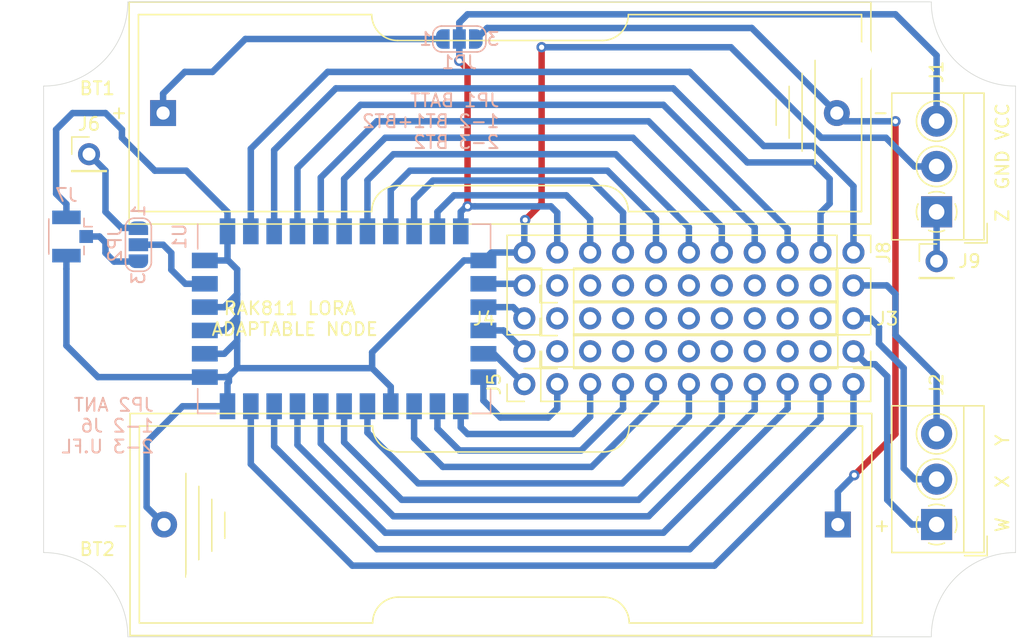
<source format=kicad_pcb>
(kicad_pcb (version 20171130) (host pcbnew 5.1.5-52549c5~86~ubuntu18.04.1)

  (general
    (thickness 1.6)
    (drawings 13)
    (tracks 247)
    (zones 0)
    (modules 21)
    (nets 62)
  )

  (page A4)
  (layers
    (0 F.Cu signal)
    (31 B.Cu signal)
    (32 B.Adhes user)
    (33 F.Adhes user)
    (34 B.Paste user)
    (35 F.Paste user)
    (36 B.SilkS user)
    (37 F.SilkS user)
    (38 B.Mask user)
    (39 F.Mask user)
    (40 Dwgs.User user)
    (41 Cmts.User user)
    (42 Eco1.User user)
    (43 Eco2.User user)
    (44 Edge.Cuts user)
    (45 Margin user)
    (46 B.CrtYd user)
    (47 F.CrtYd user)
    (48 B.Fab user)
    (49 F.Fab user)
  )

  (setup
    (last_trace_width 0.5)
    (trace_clearance 0.2)
    (zone_clearance 0.508)
    (zone_45_only no)
    (trace_min 0.2)
    (via_size 0.8)
    (via_drill 0.4)
    (via_min_size 0.4)
    (via_min_drill 0.3)
    (uvia_size 0.3)
    (uvia_drill 0.1)
    (uvias_allowed no)
    (uvia_min_size 0.2)
    (uvia_min_drill 0.1)
    (edge_width 0.05)
    (segment_width 0.2)
    (pcb_text_width 0.3)
    (pcb_text_size 1.5 1.5)
    (mod_edge_width 0.12)
    (mod_text_size 1 1)
    (mod_text_width 0.15)
    (pad_size 1.7 1.7)
    (pad_drill 1)
    (pad_to_mask_clearance 0.051)
    (solder_mask_min_width 0.25)
    (aux_axis_origin 0 0)
    (visible_elements FFFFFF7F)
    (pcbplotparams
      (layerselection 0x010fc_ffffffff)
      (usegerberextensions false)
      (usegerberattributes false)
      (usegerberadvancedattributes false)
      (creategerberjobfile false)
      (excludeedgelayer true)
      (linewidth 0.100000)
      (plotframeref false)
      (viasonmask false)
      (mode 1)
      (useauxorigin false)
      (hpglpennumber 1)
      (hpglpenspeed 20)
      (hpglpendiameter 15.000000)
      (psnegative false)
      (psa4output false)
      (plotreference true)
      (plotvalue true)
      (plotinvisibletext false)
      (padsonsilk false)
      (subtractmaskfromsilk false)
      (outputformat 1)
      (mirror false)
      (drillshape 1)
      (scaleselection 1)
      (outputdirectory ""))
  )

  (net 0 "")
  (net 1 "Net-(BT1-Pad1)")
  (net 2 "Net-(BT1-Pad2)")
  (net 3 "Net-(BT2-Pad2)")
  (net 4 "Net-(J2-Pad3)")
  (net 5 "Net-(J2-Pad2)")
  (net 6 "Net-(J2-Pad1)")
  (net 7 "Net-(J6-Pad1)")
  (net 8 "Net-(J7-Pad1)")
  (net 9 "Net-(JP2-Pad2)")
  (net 10 "Net-(J4-Pad3)")
  (net 11 "Net-(J4-Pad2)")
  (net 12 "Net-(J4-Pad1)")
  (net 13 "Net-(J5-Pad11)")
  (net 14 "Net-(J5-Pad10)")
  (net 15 "Net-(J5-Pad9)")
  (net 16 "Net-(J5-Pad8)")
  (net 17 "Net-(J5-Pad7)")
  (net 18 "Net-(J5-Pad6)")
  (net 19 "Net-(J5-Pad5)")
  (net 20 "Net-(J5-Pad4)")
  (net 21 "Net-(J5-Pad3)")
  (net 22 "Net-(J5-Pad2)")
  (net 23 "Net-(J5-Pad1)")
  (net 24 "Net-(J8-Pad9)")
  (net 25 "Net-(J8-Pad8)")
  (net 26 "Net-(J8-Pad7)")
  (net 27 "Net-(J8-Pad6)")
  (net 28 "Net-(J8-Pad5)")
  (net 29 "Net-(J8-Pad4)")
  (net 30 "Net-(J8-Pad3)")
  (net 31 "Net-(J8-Pad2)")
  (net 32 "Net-(J8-Pad1)")
  (net 33 "Net-(J1-Pad3)")
  (net 34 "Net-(J1-Pad1)")
  (net 35 "Net-(J10-Pad9)")
  (net 36 "Net-(J10-Pad8)")
  (net 37 "Net-(J10-Pad7)")
  (net 38 "Net-(J10-Pad6)")
  (net 39 "Net-(J10-Pad5)")
  (net 40 "Net-(J10-Pad4)")
  (net 41 "Net-(J10-Pad3)")
  (net 42 "Net-(J10-Pad2)")
  (net 43 "Net-(J10-Pad1)")
  (net 44 "Net-(J11-Pad9)")
  (net 45 "Net-(J11-Pad8)")
  (net 46 "Net-(J11-Pad7)")
  (net 47 "Net-(J11-Pad6)")
  (net 48 "Net-(J11-Pad5)")
  (net 49 "Net-(J11-Pad4)")
  (net 50 "Net-(J11-Pad3)")
  (net 51 "Net-(J11-Pad2)")
  (net 52 "Net-(J11-Pad1)")
  (net 53 "Net-(J12-Pad9)")
  (net 54 "Net-(J12-Pad8)")
  (net 55 "Net-(J12-Pad7)")
  (net 56 "Net-(J12-Pad6)")
  (net 57 "Net-(J12-Pad5)")
  (net 58 "Net-(J12-Pad4)")
  (net 59 "Net-(J12-Pad3)")
  (net 60 "Net-(J12-Pad2)")
  (net 61 "Net-(J12-Pad1)")

  (net_class Default "This is the default net class."
    (clearance 0.2)
    (trace_width 0.5)
    (via_dia 0.8)
    (via_drill 0.4)
    (uvia_dia 0.3)
    (uvia_drill 0.1)
    (add_net "Net-(BT1-Pad1)")
    (add_net "Net-(BT1-Pad2)")
    (add_net "Net-(BT2-Pad2)")
    (add_net "Net-(J1-Pad1)")
    (add_net "Net-(J1-Pad3)")
    (add_net "Net-(J10-Pad1)")
    (add_net "Net-(J10-Pad2)")
    (add_net "Net-(J10-Pad3)")
    (add_net "Net-(J10-Pad4)")
    (add_net "Net-(J10-Pad5)")
    (add_net "Net-(J10-Pad6)")
    (add_net "Net-(J10-Pad7)")
    (add_net "Net-(J10-Pad8)")
    (add_net "Net-(J10-Pad9)")
    (add_net "Net-(J11-Pad1)")
    (add_net "Net-(J11-Pad2)")
    (add_net "Net-(J11-Pad3)")
    (add_net "Net-(J11-Pad4)")
    (add_net "Net-(J11-Pad5)")
    (add_net "Net-(J11-Pad6)")
    (add_net "Net-(J11-Pad7)")
    (add_net "Net-(J11-Pad8)")
    (add_net "Net-(J11-Pad9)")
    (add_net "Net-(J12-Pad1)")
    (add_net "Net-(J12-Pad2)")
    (add_net "Net-(J12-Pad3)")
    (add_net "Net-(J12-Pad4)")
    (add_net "Net-(J12-Pad5)")
    (add_net "Net-(J12-Pad6)")
    (add_net "Net-(J12-Pad7)")
    (add_net "Net-(J12-Pad8)")
    (add_net "Net-(J12-Pad9)")
    (add_net "Net-(J2-Pad1)")
    (add_net "Net-(J2-Pad2)")
    (add_net "Net-(J2-Pad3)")
    (add_net "Net-(J4-Pad1)")
    (add_net "Net-(J4-Pad2)")
    (add_net "Net-(J4-Pad3)")
    (add_net "Net-(J5-Pad1)")
    (add_net "Net-(J5-Pad10)")
    (add_net "Net-(J5-Pad11)")
    (add_net "Net-(J5-Pad2)")
    (add_net "Net-(J5-Pad3)")
    (add_net "Net-(J5-Pad4)")
    (add_net "Net-(J5-Pad5)")
    (add_net "Net-(J5-Pad6)")
    (add_net "Net-(J5-Pad7)")
    (add_net "Net-(J5-Pad8)")
    (add_net "Net-(J5-Pad9)")
    (add_net "Net-(J6-Pad1)")
    (add_net "Net-(J7-Pad1)")
    (add_net "Net-(J8-Pad1)")
    (add_net "Net-(J8-Pad2)")
    (add_net "Net-(J8-Pad3)")
    (add_net "Net-(J8-Pad4)")
    (add_net "Net-(J8-Pad5)")
    (add_net "Net-(J8-Pad6)")
    (add_net "Net-(J8-Pad7)")
    (add_net "Net-(J8-Pad8)")
    (add_net "Net-(J8-Pad9)")
    (add_net "Net-(JP2-Pad2)")
  )

  (module Connector_PinHeader_2.54mm:PinHeader_1x09_P2.54mm_Vertical (layer F.Cu) (tedit 5EFA7A83) (tstamp 5EFA8480)
    (at 139.635 121.885 90)
    (descr "Through hole straight pin header, 1x09, 2.54mm pitch, single row")
    (tags "Through hole pin header THT 1x09 2.54mm single row")
    (path /5EFC1064)
    (fp_text reference J12 (at 0 -2.33 90) (layer F.SilkS) hide
      (effects (font (size 1 1) (thickness 0.15)))
    )
    (fp_text value Conn_01x09_Male (at 0 22.65 90) (layer F.Fab)
      (effects (font (size 1 1) (thickness 0.15)))
    )
    (fp_text user %R (at 0 10.16) (layer F.Fab)
      (effects (font (size 1 1) (thickness 0.15)))
    )
    (fp_line (start 1.8 -1.8) (end -1.8 -1.8) (layer F.CrtYd) (width 0.05))
    (fp_line (start 1.8 22.1) (end 1.8 -1.8) (layer F.CrtYd) (width 0.05))
    (fp_line (start -1.8 22.1) (end 1.8 22.1) (layer F.CrtYd) (width 0.05))
    (fp_line (start -1.8 -1.8) (end -1.8 22.1) (layer F.CrtYd) (width 0.05))
    (fp_line (start -1.33 -1.33) (end 0 -1.33) (layer F.SilkS) (width 0.12))
    (fp_line (start -1.33 0) (end -1.33 -1.33) (layer F.SilkS) (width 0.12))
    (fp_line (start -1.33 1.27) (end 1.33 1.27) (layer F.SilkS) (width 0.12))
    (fp_line (start 1.33 1.27) (end 1.33 21.65) (layer F.SilkS) (width 0.12))
    (fp_line (start -1.33 1.27) (end -1.33 21.65) (layer F.SilkS) (width 0.12))
    (fp_line (start -1.33 21.65) (end 1.33 21.65) (layer F.SilkS) (width 0.12))
    (fp_line (start -1.27 -0.635) (end -0.635 -1.27) (layer F.Fab) (width 0.1))
    (fp_line (start -1.27 21.59) (end -1.27 -0.635) (layer F.Fab) (width 0.1))
    (fp_line (start 1.27 21.59) (end -1.27 21.59) (layer F.Fab) (width 0.1))
    (fp_line (start 1.27 -1.27) (end 1.27 21.59) (layer F.Fab) (width 0.1))
    (fp_line (start -0.635 -1.27) (end 1.27 -1.27) (layer F.Fab) (width 0.1))
    (pad 9 thru_hole oval (at 0 20.32 90) (size 1.7 1.7) (drill 1) (layers *.Cu *.Mask)
      (net 53 "Net-(J12-Pad9)"))
    (pad 8 thru_hole oval (at 0 17.78 90) (size 1.7 1.7) (drill 1) (layers *.Cu *.Mask)
      (net 54 "Net-(J12-Pad8)"))
    (pad 7 thru_hole oval (at 0 15.24 90) (size 1.7 1.7) (drill 1) (layers *.Cu *.Mask)
      (net 55 "Net-(J12-Pad7)"))
    (pad 6 thru_hole oval (at 0 12.7 90) (size 1.7 1.7) (drill 1) (layers *.Cu *.Mask)
      (net 56 "Net-(J12-Pad6)"))
    (pad 5 thru_hole oval (at 0 10.16 90) (size 1.7 1.7) (drill 1) (layers *.Cu *.Mask)
      (net 57 "Net-(J12-Pad5)"))
    (pad 4 thru_hole oval (at 0 7.62 90) (size 1.7 1.7) (drill 1) (layers *.Cu *.Mask)
      (net 58 "Net-(J12-Pad4)"))
    (pad 3 thru_hole oval (at 0 5.08 90) (size 1.7 1.7) (drill 1) (layers *.Cu *.Mask)
      (net 59 "Net-(J12-Pad3)"))
    (pad 2 thru_hole oval (at 0 2.54 90) (size 1.7 1.7) (drill 1) (layers *.Cu *.Mask)
      (net 60 "Net-(J12-Pad2)"))
    (pad 1 thru_hole circle (at 0 0 90) (size 1.7 1.7) (drill 1) (layers *.Cu *.Mask)
      (net 61 "Net-(J12-Pad1)"))
    (model ${KISYS3DMOD}/Connector_PinHeader_2.54mm.3dshapes/PinHeader_1x09_P2.54mm_Vertical.wrl
      (at (xyz 0 0 0))
      (scale (xyz 1 1 1))
      (rotate (xyz 0 0 0))
    )
  )

  (module Connector_PinHeader_2.54mm:PinHeader_1x09_P2.54mm_Vertical (layer F.Cu) (tedit 5EFA7A8C) (tstamp 5EFA8463)
    (at 139.635 124.425 90)
    (descr "Through hole straight pin header, 1x09, 2.54mm pitch, single row")
    (tags "Through hole pin header THT 1x09 2.54mm single row")
    (path /5EFBD325)
    (fp_text reference J11 (at 0 -2.33 90) (layer F.SilkS) hide
      (effects (font (size 1 1) (thickness 0.15)))
    )
    (fp_text value Conn_01x09_Male (at 0 22.65 90) (layer F.Fab)
      (effects (font (size 1 1) (thickness 0.15)))
    )
    (fp_text user %R (at 0 10.16) (layer F.Fab)
      (effects (font (size 1 1) (thickness 0.15)))
    )
    (fp_line (start 1.8 -1.8) (end -1.8 -1.8) (layer F.CrtYd) (width 0.05))
    (fp_line (start 1.8 22.1) (end 1.8 -1.8) (layer F.CrtYd) (width 0.05))
    (fp_line (start -1.8 22.1) (end 1.8 22.1) (layer F.CrtYd) (width 0.05))
    (fp_line (start -1.8 -1.8) (end -1.8 22.1) (layer F.CrtYd) (width 0.05))
    (fp_line (start -1.33 -1.33) (end 0 -1.33) (layer F.SilkS) (width 0.12))
    (fp_line (start -1.33 0) (end -1.33 -1.33) (layer F.SilkS) (width 0.12))
    (fp_line (start -1.33 1.27) (end 1.33 1.27) (layer F.SilkS) (width 0.12))
    (fp_line (start 1.33 1.27) (end 1.33 21.65) (layer F.SilkS) (width 0.12))
    (fp_line (start -1.33 1.27) (end -1.33 21.65) (layer F.SilkS) (width 0.12))
    (fp_line (start -1.33 21.65) (end 1.33 21.65) (layer F.SilkS) (width 0.12))
    (fp_line (start -1.27 -0.635) (end -0.635 -1.27) (layer F.Fab) (width 0.1))
    (fp_line (start -1.27 21.59) (end -1.27 -0.635) (layer F.Fab) (width 0.1))
    (fp_line (start 1.27 21.59) (end -1.27 21.59) (layer F.Fab) (width 0.1))
    (fp_line (start 1.27 -1.27) (end 1.27 21.59) (layer F.Fab) (width 0.1))
    (fp_line (start -0.635 -1.27) (end 1.27 -1.27) (layer F.Fab) (width 0.1))
    (pad 9 thru_hole oval (at 0 20.32 90) (size 1.7 1.7) (drill 1) (layers *.Cu *.Mask)
      (net 44 "Net-(J11-Pad9)"))
    (pad 8 thru_hole oval (at 0 17.78 90) (size 1.7 1.7) (drill 1) (layers *.Cu *.Mask)
      (net 45 "Net-(J11-Pad8)"))
    (pad 7 thru_hole oval (at 0 15.24 90) (size 1.7 1.7) (drill 1) (layers *.Cu *.Mask)
      (net 46 "Net-(J11-Pad7)"))
    (pad 6 thru_hole oval (at 0 12.7 90) (size 1.7 1.7) (drill 1) (layers *.Cu *.Mask)
      (net 47 "Net-(J11-Pad6)"))
    (pad 5 thru_hole oval (at 0 10.16 90) (size 1.7 1.7) (drill 1) (layers *.Cu *.Mask)
      (net 48 "Net-(J11-Pad5)"))
    (pad 4 thru_hole oval (at 0 7.62 90) (size 1.7 1.7) (drill 1) (layers *.Cu *.Mask)
      (net 49 "Net-(J11-Pad4)"))
    (pad 3 thru_hole oval (at 0 5.08 90) (size 1.7 1.7) (drill 1) (layers *.Cu *.Mask)
      (net 50 "Net-(J11-Pad3)"))
    (pad 2 thru_hole oval (at 0 2.54 90) (size 1.7 1.7) (drill 1) (layers *.Cu *.Mask)
      (net 51 "Net-(J11-Pad2)"))
    (pad 1 thru_hole circle (at 0 0 90) (size 1.7 1.7) (drill 1) (layers *.Cu *.Mask)
      (net 52 "Net-(J11-Pad1)"))
    (model ${KISYS3DMOD}/Connector_PinHeader_2.54mm.3dshapes/PinHeader_1x09_P2.54mm_Vertical.wrl
      (at (xyz 0 0 0))
      (scale (xyz 1 1 1))
      (rotate (xyz 0 0 0))
    )
  )

  (module Connector_PinHeader_2.54mm:PinHeader_1x09_P2.54mm_Vertical (layer F.Cu) (tedit 5EFA7A93) (tstamp 5EFA8446)
    (at 139.635 126.965 90)
    (descr "Through hole straight pin header, 1x09, 2.54mm pitch, single row")
    (tags "Through hole pin header THT 1x09 2.54mm single row")
    (path /5EFBF61F)
    (fp_text reference J10 (at 0 -2.33 90) (layer F.SilkS) hide
      (effects (font (size 1 1) (thickness 0.15)))
    )
    (fp_text value Conn_01x09_Male (at 0 22.65 90) (layer F.Fab)
      (effects (font (size 1 1) (thickness 0.15)))
    )
    (fp_text user %R (at 0 10.16) (layer F.Fab)
      (effects (font (size 1 1) (thickness 0.15)))
    )
    (fp_line (start 1.8 -1.8) (end -1.8 -1.8) (layer F.CrtYd) (width 0.05))
    (fp_line (start 1.8 22.1) (end 1.8 -1.8) (layer F.CrtYd) (width 0.05))
    (fp_line (start -1.8 22.1) (end 1.8 22.1) (layer F.CrtYd) (width 0.05))
    (fp_line (start -1.8 -1.8) (end -1.8 22.1) (layer F.CrtYd) (width 0.05))
    (fp_line (start -1.33 -1.33) (end 0 -1.33) (layer F.SilkS) (width 0.12))
    (fp_line (start -1.33 0) (end -1.33 -1.33) (layer F.SilkS) (width 0.12))
    (fp_line (start -1.33 1.27) (end 1.33 1.27) (layer F.SilkS) (width 0.12))
    (fp_line (start 1.33 1.27) (end 1.33 21.65) (layer F.SilkS) (width 0.12))
    (fp_line (start -1.33 1.27) (end -1.33 21.65) (layer F.SilkS) (width 0.12))
    (fp_line (start -1.33 21.65) (end 1.33 21.65) (layer F.SilkS) (width 0.12))
    (fp_line (start -1.27 -0.635) (end -0.635 -1.27) (layer F.Fab) (width 0.1))
    (fp_line (start -1.27 21.59) (end -1.27 -0.635) (layer F.Fab) (width 0.1))
    (fp_line (start 1.27 21.59) (end -1.27 21.59) (layer F.Fab) (width 0.1))
    (fp_line (start 1.27 -1.27) (end 1.27 21.59) (layer F.Fab) (width 0.1))
    (fp_line (start -0.635 -1.27) (end 1.27 -1.27) (layer F.Fab) (width 0.1))
    (pad 9 thru_hole oval (at 0 20.32 90) (size 1.7 1.7) (drill 1) (layers *.Cu *.Mask)
      (net 35 "Net-(J10-Pad9)"))
    (pad 8 thru_hole oval (at 0 17.78 90) (size 1.7 1.7) (drill 1) (layers *.Cu *.Mask)
      (net 36 "Net-(J10-Pad8)"))
    (pad 7 thru_hole oval (at 0 15.24 90) (size 1.7 1.7) (drill 1) (layers *.Cu *.Mask)
      (net 37 "Net-(J10-Pad7)"))
    (pad 6 thru_hole oval (at 0 12.7 90) (size 1.7 1.7) (drill 1) (layers *.Cu *.Mask)
      (net 38 "Net-(J10-Pad6)"))
    (pad 5 thru_hole oval (at 0 10.16 90) (size 1.7 1.7) (drill 1) (layers *.Cu *.Mask)
      (net 39 "Net-(J10-Pad5)"))
    (pad 4 thru_hole oval (at 0 7.62 90) (size 1.7 1.7) (drill 1) (layers *.Cu *.Mask)
      (net 40 "Net-(J10-Pad4)"))
    (pad 3 thru_hole oval (at 0 5.08 90) (size 1.7 1.7) (drill 1) (layers *.Cu *.Mask)
      (net 41 "Net-(J10-Pad3)"))
    (pad 2 thru_hole oval (at 0 2.54 90) (size 1.7 1.7) (drill 1) (layers *.Cu *.Mask)
      (net 42 "Net-(J10-Pad2)"))
    (pad 1 thru_hole circle (at 0 0 90) (size 1.7 1.7) (drill 1) (layers *.Cu *.Mask)
      (net 43 "Net-(J10-Pad1)"))
    (model ${KISYS3DMOD}/Connector_PinHeader_2.54mm.3dshapes/PinHeader_1x09_P2.54mm_Vertical.wrl
      (at (xyz 0 0 0))
      (scale (xyz 1 1 1))
      (rotate (xyz 0 0 0))
    )
  )

  (module Connector_PinHeader_2.54mm:PinHeader_1x01_P2.54mm_Vertical (layer F.Cu) (tedit 5EF5A1AF) (tstamp 5EF5C26B)
    (at 103.505 111.76)
    (descr "Through hole straight pin header, 1x01, 2.54mm pitch, single row")
    (tags "Through hole pin header THT 1x01 2.54mm single row")
    (path /5EF704AE)
    (fp_text reference J6 (at 0 -2.33) (layer F.SilkS)
      (effects (font (size 1 1) (thickness 0.15)))
    )
    (fp_text value Conn_01x01_Male (at 0 2.33) (layer F.Fab)
      (effects (font (size 1 1) (thickness 0.15)))
    )
    (fp_text user %R (at 0 0 90) (layer F.Fab)
      (effects (font (size 1 1) (thickness 0.15)))
    )
    (fp_line (start 1.8 -1.8) (end -1.8 -1.8) (layer F.CrtYd) (width 0.05))
    (fp_line (start 1.8 1.8) (end 1.8 -1.8) (layer F.CrtYd) (width 0.05))
    (fp_line (start -1.8 1.8) (end 1.8 1.8) (layer F.CrtYd) (width 0.05))
    (fp_line (start -1.8 -1.8) (end -1.8 1.8) (layer F.CrtYd) (width 0.05))
    (fp_line (start -1.33 -1.33) (end 0 -1.33) (layer F.SilkS) (width 0.12))
    (fp_line (start -1.33 0) (end -1.33 -1.33) (layer F.SilkS) (width 0.12))
    (fp_line (start -1.33 1.27) (end 1.33 1.27) (layer F.SilkS) (width 0.12))
    (fp_line (start 1.33 1.27) (end 1.33 1.33) (layer F.SilkS) (width 0.12))
    (fp_line (start -1.33 1.27) (end -1.33 1.33) (layer F.SilkS) (width 0.12))
    (fp_line (start -1.33 1.33) (end 1.33 1.33) (layer F.SilkS) (width 0.12))
    (fp_line (start -1.27 -0.635) (end -0.635 -1.27) (layer F.Fab) (width 0.1))
    (fp_line (start -1.27 1.27) (end -1.27 -0.635) (layer F.Fab) (width 0.1))
    (fp_line (start 1.27 1.27) (end -1.27 1.27) (layer F.Fab) (width 0.1))
    (fp_line (start 1.27 -1.27) (end 1.27 1.27) (layer F.Fab) (width 0.1))
    (fp_line (start -0.635 -1.27) (end 1.27 -1.27) (layer F.Fab) (width 0.1))
    (pad 1 thru_hole circle (at 0 0) (size 1.7 1.7) (drill 1) (layers *.Cu *.Mask)
      (net 7 "Net-(J6-Pad1)"))
    (model ${KISYS3DMOD}/Connector_PinHeader_2.54mm.3dshapes/PinHeader_1x01_P2.54mm_Vertical.wrl
      (at (xyz 0 0 0))
      (scale (xyz 1 1 1))
      (rotate (xyz 0 0 0))
    )
  )

  (module Connector_PinHeader_2.54mm:PinHeader_1x01_P2.54mm_Vertical (layer F.Cu) (tedit 5EF5A0F5) (tstamp 5EF5BA29)
    (at 168.91 120.015)
    (descr "Through hole straight pin header, 1x01, 2.54mm pitch, single row")
    (tags "Through hole pin header THT 1x01 2.54mm single row")
    (path /5F0B7D9E)
    (fp_text reference J9 (at 2.54 0) (layer F.SilkS)
      (effects (font (size 1 1) (thickness 0.15)))
    )
    (fp_text value Conn_01x01_Male (at 0 2.33) (layer F.Fab)
      (effects (font (size 1 1) (thickness 0.15)))
    )
    (fp_text user %R (at 0 0 90) (layer F.Fab)
      (effects (font (size 1 1) (thickness 0.15)))
    )
    (fp_line (start 1.8 -1.8) (end -1.8 -1.8) (layer F.CrtYd) (width 0.05))
    (fp_line (start 1.8 1.8) (end 1.8 -1.8) (layer F.CrtYd) (width 0.05))
    (fp_line (start -1.8 1.8) (end 1.8 1.8) (layer F.CrtYd) (width 0.05))
    (fp_line (start -1.8 -1.8) (end -1.8 1.8) (layer F.CrtYd) (width 0.05))
    (fp_line (start -1.33 -1.33) (end 0 -1.33) (layer F.SilkS) (width 0.12))
    (fp_line (start -1.33 0) (end -1.33 -1.33) (layer F.SilkS) (width 0.12))
    (fp_line (start -1.33 1.27) (end 1.33 1.27) (layer F.SilkS) (width 0.12))
    (fp_line (start 1.33 1.27) (end 1.33 1.33) (layer F.SilkS) (width 0.12))
    (fp_line (start -1.33 1.27) (end -1.33 1.33) (layer F.SilkS) (width 0.12))
    (fp_line (start -1.33 1.33) (end 1.33 1.33) (layer F.SilkS) (width 0.12))
    (fp_line (start -1.27 -0.635) (end -0.635 -1.27) (layer F.Fab) (width 0.1))
    (fp_line (start -1.27 1.27) (end -1.27 -0.635) (layer F.Fab) (width 0.1))
    (fp_line (start 1.27 1.27) (end -1.27 1.27) (layer F.Fab) (width 0.1))
    (fp_line (start 1.27 -1.27) (end 1.27 1.27) (layer F.Fab) (width 0.1))
    (fp_line (start -0.635 -1.27) (end 1.27 -1.27) (layer F.Fab) (width 0.1))
    (pad 1 thru_hole circle (at 0 0) (size 1.7 1.7) (drill 1) (layers *.Cu *.Mask)
      (net 34 "Net-(J1-Pad1)"))
    (model ${KISYS3DMOD}/Connector_PinHeader_2.54mm.3dshapes/PinHeader_1x01_P2.54mm_Vertical.wrl
      (at (xyz 0 0 0))
      (scale (xyz 1 1 1))
      (rotate (xyz 0 0 0))
    )
  )

  (module TerminalBlock_4Ucon:TerminalBlock_4Ucon_1x03_P3.50mm_Horizontal (layer F.Cu) (tedit 5B294E91) (tstamp 5EF5AE68)
    (at 168.91 116.205 90)
    (descr "Terminal Block 4Ucon ItemNo. 20193, 3 pins, pitch 3.5mm, size 11.2x7mm^2, drill diamater 1.2mm, pad diameter 2.4mm, see http://www.4uconnector.com/online/object/4udrawing/20193.pdf, script-generated using https://github.com/pointhi/kicad-footprint-generator/scripts/TerminalBlock_4Ucon")
    (tags "THT Terminal Block 4Ucon ItemNo. 20193 pitch 3.5mm size 11.2x7mm^2 drill 1.2mm pad 2.4mm")
    (path /5F08CEA4)
    (fp_text reference J1 (at 10.795 0 90) (layer F.SilkS)
      (effects (font (size 1 1) (thickness 0.15)))
    )
    (fp_text value Screw_Terminal_01x03 (at 3.5 4.66 90) (layer F.Fab)
      (effects (font (size 1 1) (thickness 0.15)))
    )
    (fp_text user %R (at 3.5 2.9 90) (layer F.Fab)
      (effects (font (size 1 1) (thickness 0.15)))
    )
    (fp_line (start 9.6 -3.9) (end -2.6 -3.9) (layer F.CrtYd) (width 0.05))
    (fp_line (start 9.6 4.1) (end 9.6 -3.9) (layer F.CrtYd) (width 0.05))
    (fp_line (start -2.6 4.1) (end 9.6 4.1) (layer F.CrtYd) (width 0.05))
    (fp_line (start -2.6 -3.9) (end -2.6 4.1) (layer F.CrtYd) (width 0.05))
    (fp_line (start -2.4 3.9) (end -0.9 3.9) (layer F.SilkS) (width 0.12))
    (fp_line (start -2.4 2.16) (end -2.4 3.9) (layer F.SilkS) (width 0.12))
    (fp_line (start 5.9 0.069) (end 5.9 -0.069) (layer F.Fab) (width 0.1))
    (fp_line (start 6.931 0.069) (end 5.9 0.069) (layer F.Fab) (width 0.1))
    (fp_line (start 6.931 1.1) (end 6.931 0.069) (layer F.Fab) (width 0.1))
    (fp_line (start 7.069 1.1) (end 6.931 1.1) (layer F.Fab) (width 0.1))
    (fp_line (start 7.069 0.069) (end 7.069 1.1) (layer F.Fab) (width 0.1))
    (fp_line (start 8.1 0.069) (end 7.069 0.069) (layer F.Fab) (width 0.1))
    (fp_line (start 8.1 -0.069) (end 8.1 0.069) (layer F.Fab) (width 0.1))
    (fp_line (start 7.069 -0.069) (end 8.1 -0.069) (layer F.Fab) (width 0.1))
    (fp_line (start 7.069 -1.1) (end 7.069 -0.069) (layer F.Fab) (width 0.1))
    (fp_line (start 6.931 -1.1) (end 7.069 -1.1) (layer F.Fab) (width 0.1))
    (fp_line (start 6.931 -0.069) (end 6.931 -1.1) (layer F.Fab) (width 0.1))
    (fp_line (start 5.9 -0.069) (end 6.931 -0.069) (layer F.Fab) (width 0.1))
    (fp_line (start 2.4 0.069) (end 2.4 -0.069) (layer F.Fab) (width 0.1))
    (fp_line (start 3.431 0.069) (end 2.4 0.069) (layer F.Fab) (width 0.1))
    (fp_line (start 3.431 1.1) (end 3.431 0.069) (layer F.Fab) (width 0.1))
    (fp_line (start 3.569 1.1) (end 3.431 1.1) (layer F.Fab) (width 0.1))
    (fp_line (start 3.569 0.069) (end 3.569 1.1) (layer F.Fab) (width 0.1))
    (fp_line (start 4.6 0.069) (end 3.569 0.069) (layer F.Fab) (width 0.1))
    (fp_line (start 4.6 -0.069) (end 4.6 0.069) (layer F.Fab) (width 0.1))
    (fp_line (start 3.569 -0.069) (end 4.6 -0.069) (layer F.Fab) (width 0.1))
    (fp_line (start 3.569 -1.1) (end 3.569 -0.069) (layer F.Fab) (width 0.1))
    (fp_line (start 3.431 -1.1) (end 3.569 -1.1) (layer F.Fab) (width 0.1))
    (fp_line (start 3.431 -0.069) (end 3.431 -1.1) (layer F.Fab) (width 0.1))
    (fp_line (start 2.4 -0.069) (end 3.431 -0.069) (layer F.Fab) (width 0.1))
    (fp_line (start -1.1 0.069) (end -1.1 -0.069) (layer F.Fab) (width 0.1))
    (fp_line (start -0.069 0.069) (end -1.1 0.069) (layer F.Fab) (width 0.1))
    (fp_line (start -0.069 1.1) (end -0.069 0.069) (layer F.Fab) (width 0.1))
    (fp_line (start 0.069 1.1) (end -0.069 1.1) (layer F.Fab) (width 0.1))
    (fp_line (start 0.069 0.069) (end 0.069 1.1) (layer F.Fab) (width 0.1))
    (fp_line (start 1.1 0.069) (end 0.069 0.069) (layer F.Fab) (width 0.1))
    (fp_line (start 1.1 -0.069) (end 1.1 0.069) (layer F.Fab) (width 0.1))
    (fp_line (start 0.069 -0.069) (end 1.1 -0.069) (layer F.Fab) (width 0.1))
    (fp_line (start 0.069 -1.1) (end 0.069 -0.069) (layer F.Fab) (width 0.1))
    (fp_line (start -0.069 -1.1) (end 0.069 -1.1) (layer F.Fab) (width 0.1))
    (fp_line (start -0.069 -0.069) (end -0.069 -1.1) (layer F.Fab) (width 0.1))
    (fp_line (start -1.1 -0.069) (end -0.069 -0.069) (layer F.Fab) (width 0.1))
    (fp_line (start 9.16 -3.46) (end 9.16 3.66) (layer F.SilkS) (width 0.12))
    (fp_line (start -2.16 -3.46) (end -2.16 3.66) (layer F.SilkS) (width 0.12))
    (fp_line (start -2.16 3.66) (end 9.16 3.66) (layer F.SilkS) (width 0.12))
    (fp_line (start -2.16 -3.46) (end 9.16 -3.46) (layer F.SilkS) (width 0.12))
    (fp_line (start -2.16 2.1) (end 9.16 2.1) (layer F.SilkS) (width 0.12))
    (fp_line (start -2.1 2.1) (end 9.1 2.1) (layer F.Fab) (width 0.1))
    (fp_line (start -2.1 2.1) (end -2.1 -3.4) (layer F.Fab) (width 0.1))
    (fp_line (start -0.6 3.6) (end -2.1 2.1) (layer F.Fab) (width 0.1))
    (fp_line (start 9.1 3.6) (end -0.6 3.6) (layer F.Fab) (width 0.1))
    (fp_line (start 9.1 -3.4) (end 9.1 3.6) (layer F.Fab) (width 0.1))
    (fp_line (start -2.1 -3.4) (end 9.1 -3.4) (layer F.Fab) (width 0.1))
    (fp_circle (center 7 0) (end 8.555 0) (layer F.SilkS) (width 0.12))
    (fp_circle (center 7 0) (end 8.375 0) (layer F.Fab) (width 0.1))
    (fp_circle (center 3.5 0) (end 5.055 0) (layer F.SilkS) (width 0.12))
    (fp_circle (center 3.5 0) (end 4.875 0) (layer F.Fab) (width 0.1))
    (fp_circle (center 0 0) (end 1.375 0) (layer F.Fab) (width 0.1))
    (fp_arc (start 0 0) (end -0.608 1.432) (angle -24) (layer F.SilkS) (width 0.12))
    (fp_arc (start 0 0) (end -1.432 -0.608) (angle -46) (layer F.SilkS) (width 0.12))
    (fp_arc (start 0 0) (end 0.608 -1.432) (angle -46) (layer F.SilkS) (width 0.12))
    (fp_arc (start 0 0) (end 1.432 0.608) (angle -46) (layer F.SilkS) (width 0.12))
    (fp_arc (start 0 0) (end 0 1.555) (angle -23) (layer F.SilkS) (width 0.12))
    (pad 3 thru_hole circle (at 7 0 90) (size 2.4 2.4) (drill 1.2) (layers *.Cu *.Mask)
      (net 33 "Net-(J1-Pad3)"))
    (pad 2 thru_hole circle (at 3.5 0 90) (size 2.4 2.4) (drill 1.2) (layers *.Cu *.Mask)
      (net 3 "Net-(BT2-Pad2)"))
    (pad 1 thru_hole rect (at 0 0 90) (size 2.4 2.4) (drill 1.2) (layers *.Cu *.Mask)
      (net 34 "Net-(J1-Pad1)"))
    (model ${KISYS3DMOD}/TerminalBlock_4Ucon.3dshapes/TerminalBlock_4Ucon_1x03_P3.50mm_Horizontal.wrl
      (at (xyz 0 0 0))
      (scale (xyz 1 1 1))
      (rotate (xyz 0 0 0))
    )
  )

  (module Connector_PinHeader_2.54mm:PinHeader_1x11_P2.54mm_Vertical (layer F.Cu) (tedit 5EF59AB3) (tstamp 5EF5A3B4)
    (at 162.495 119.345 270)
    (descr "Through hole straight pin header, 1x11, 2.54mm pitch, single row")
    (tags "Through hole pin header THT 1x11 2.54mm single row")
    (path /5EF618B5)
    (fp_text reference J8 (at 0 -2.33 90) (layer F.SilkS)
      (effects (font (size 1 1) (thickness 0.15)))
    )
    (fp_text value Conn_01x11_Male (at 0 27.73 90) (layer F.Fab)
      (effects (font (size 1 1) (thickness 0.15)))
    )
    (fp_text user %R (at 0 12.7) (layer F.Fab)
      (effects (font (size 1 1) (thickness 0.15)))
    )
    (fp_line (start 1.8 -1.8) (end -1.8 -1.8) (layer F.CrtYd) (width 0.05))
    (fp_line (start 1.8 27.2) (end 1.8 -1.8) (layer F.CrtYd) (width 0.05))
    (fp_line (start -1.8 27.2) (end 1.8 27.2) (layer F.CrtYd) (width 0.05))
    (fp_line (start -1.8 -1.8) (end -1.8 27.2) (layer F.CrtYd) (width 0.05))
    (fp_line (start -1.33 -1.33) (end 0 -1.33) (layer F.SilkS) (width 0.12))
    (fp_line (start -1.33 0) (end -1.33 -1.33) (layer F.SilkS) (width 0.12))
    (fp_line (start -1.33 1.27) (end 1.33 1.27) (layer F.SilkS) (width 0.12))
    (fp_line (start 1.33 1.27) (end 1.33 26.73) (layer F.SilkS) (width 0.12))
    (fp_line (start -1.33 1.27) (end -1.33 26.73) (layer F.SilkS) (width 0.12))
    (fp_line (start -1.33 26.73) (end 1.33 26.73) (layer F.SilkS) (width 0.12))
    (fp_line (start -1.27 -0.635) (end -0.635 -1.27) (layer F.Fab) (width 0.1))
    (fp_line (start -1.27 26.67) (end -1.27 -0.635) (layer F.Fab) (width 0.1))
    (fp_line (start 1.27 26.67) (end -1.27 26.67) (layer F.Fab) (width 0.1))
    (fp_line (start 1.27 -1.27) (end 1.27 26.67) (layer F.Fab) (width 0.1))
    (fp_line (start -0.635 -1.27) (end 1.27 -1.27) (layer F.Fab) (width 0.1))
    (pad 11 thru_hole oval (at 0 25.4 270) (size 1.7 1.7) (drill 1) (layers *.Cu *.Mask)
      (net 3 "Net-(BT2-Pad2)"))
    (pad 10 thru_hole oval (at 0 22.86 270) (size 1.7 1.7) (drill 1) (layers *.Cu *.Mask)
      (net 33 "Net-(J1-Pad3)"))
    (pad 9 thru_hole oval (at 0 20.32 270) (size 1.7 1.7) (drill 1) (layers *.Cu *.Mask)
      (net 24 "Net-(J8-Pad9)"))
    (pad 8 thru_hole oval (at 0 17.78 270) (size 1.7 1.7) (drill 1) (layers *.Cu *.Mask)
      (net 25 "Net-(J8-Pad8)"))
    (pad 7 thru_hole oval (at 0 15.24 270) (size 1.7 1.7) (drill 1) (layers *.Cu *.Mask)
      (net 26 "Net-(J8-Pad7)"))
    (pad 6 thru_hole oval (at 0 12.7 270) (size 1.7 1.7) (drill 1) (layers *.Cu *.Mask)
      (net 27 "Net-(J8-Pad6)"))
    (pad 5 thru_hole oval (at 0 10.16 270) (size 1.7 1.7) (drill 1) (layers *.Cu *.Mask)
      (net 28 "Net-(J8-Pad5)"))
    (pad 4 thru_hole oval (at 0 7.62 270) (size 1.7 1.7) (drill 1) (layers *.Cu *.Mask)
      (net 29 "Net-(J8-Pad4)"))
    (pad 3 thru_hole oval (at 0 5.08 270) (size 1.7 1.7) (drill 1) (layers *.Cu *.Mask)
      (net 30 "Net-(J8-Pad3)"))
    (pad 2 thru_hole oval (at 0 2.54 270) (size 1.7 1.7) (drill 1) (layers *.Cu *.Mask)
      (net 31 "Net-(J8-Pad2)"))
    (pad 1 thru_hole circle (at 0 0 270) (size 1.7 1.7) (drill 1) (layers *.Cu *.Mask)
      (net 32 "Net-(J8-Pad1)"))
    (model ${KISYS3DMOD}/Connector_PinHeader_2.54mm.3dshapes/PinHeader_1x11_P2.54mm_Vertical.wrl
      (at (xyz 0 0 0))
      (scale (xyz 1 1 1))
      (rotate (xyz 0 0 0))
    )
  )

  (module Connector_PinHeader_2.54mm:PinHeader_1x11_P2.54mm_Vertical (layer F.Cu) (tedit 5EF58D65) (tstamp 5EF5ABEF)
    (at 137.095 129.505 90)
    (descr "Through hole straight pin header, 1x11, 2.54mm pitch, single row")
    (tags "Through hole pin header THT 1x11 2.54mm single row")
    (path /5F122DDC)
    (fp_text reference J5 (at 0 -2.33 90) (layer F.SilkS)
      (effects (font (size 1 1) (thickness 0.15)))
    )
    (fp_text value Conn_01x11_Male (at 0 27.73 90) (layer F.Fab)
      (effects (font (size 1 1) (thickness 0.15)))
    )
    (fp_text user %R (at 0 12.7) (layer F.Fab)
      (effects (font (size 1 1) (thickness 0.15)))
    )
    (fp_line (start 1.8 -1.8) (end -1.8 -1.8) (layer F.CrtYd) (width 0.05))
    (fp_line (start 1.8 27.2) (end 1.8 -1.8) (layer F.CrtYd) (width 0.05))
    (fp_line (start -1.8 27.2) (end 1.8 27.2) (layer F.CrtYd) (width 0.05))
    (fp_line (start -1.8 -1.8) (end -1.8 27.2) (layer F.CrtYd) (width 0.05))
    (fp_line (start -1.33 -1.33) (end 0 -1.33) (layer F.SilkS) (width 0.12))
    (fp_line (start -1.33 0) (end -1.33 -1.33) (layer F.SilkS) (width 0.12))
    (fp_line (start -1.33 1.27) (end 1.33 1.27) (layer F.SilkS) (width 0.12))
    (fp_line (start 1.33 1.27) (end 1.33 26.73) (layer F.SilkS) (width 0.12))
    (fp_line (start -1.33 1.27) (end -1.33 26.73) (layer F.SilkS) (width 0.12))
    (fp_line (start -1.33 26.73) (end 1.33 26.73) (layer F.SilkS) (width 0.12))
    (fp_line (start -1.27 -0.635) (end -0.635 -1.27) (layer F.Fab) (width 0.1))
    (fp_line (start -1.27 26.67) (end -1.27 -0.635) (layer F.Fab) (width 0.1))
    (fp_line (start 1.27 26.67) (end -1.27 26.67) (layer F.Fab) (width 0.1))
    (fp_line (start 1.27 -1.27) (end 1.27 26.67) (layer F.Fab) (width 0.1))
    (fp_line (start -0.635 -1.27) (end 1.27 -1.27) (layer F.Fab) (width 0.1))
    (pad 11 thru_hole oval (at 0 25.4 90) (size 1.7 1.7) (drill 1) (layers *.Cu *.Mask)
      (net 13 "Net-(J5-Pad11)"))
    (pad 10 thru_hole oval (at 0 22.86 90) (size 1.7 1.7) (drill 1) (layers *.Cu *.Mask)
      (net 14 "Net-(J5-Pad10)"))
    (pad 9 thru_hole oval (at 0 20.32 90) (size 1.7 1.7) (drill 1) (layers *.Cu *.Mask)
      (net 15 "Net-(J5-Pad9)"))
    (pad 8 thru_hole oval (at 0 17.78 90) (size 1.7 1.7) (drill 1) (layers *.Cu *.Mask)
      (net 16 "Net-(J5-Pad8)"))
    (pad 7 thru_hole oval (at 0 15.24 90) (size 1.7 1.7) (drill 1) (layers *.Cu *.Mask)
      (net 17 "Net-(J5-Pad7)"))
    (pad 6 thru_hole oval (at 0 12.7 90) (size 1.7 1.7) (drill 1) (layers *.Cu *.Mask)
      (net 18 "Net-(J5-Pad6)"))
    (pad 5 thru_hole oval (at 0 10.16 90) (size 1.7 1.7) (drill 1) (layers *.Cu *.Mask)
      (net 19 "Net-(J5-Pad5)"))
    (pad 4 thru_hole oval (at 0 7.62 90) (size 1.7 1.7) (drill 1) (layers *.Cu *.Mask)
      (net 20 "Net-(J5-Pad4)"))
    (pad 3 thru_hole oval (at 0 5.08 90) (size 1.7 1.7) (drill 1) (layers *.Cu *.Mask)
      (net 21 "Net-(J5-Pad3)"))
    (pad 2 thru_hole oval (at 0 2.54 90) (size 1.7 1.7) (drill 1) (layers *.Cu *.Mask)
      (net 22 "Net-(J5-Pad2)"))
    (pad 1 thru_hole circle (at 0 0 90) (size 1.7 1.7) (drill 1) (layers *.Cu *.Mask)
      (net 23 "Net-(J5-Pad1)"))
    (model ${KISYS3DMOD}/Connector_PinHeader_2.54mm.3dshapes/PinHeader_1x11_P2.54mm_Vertical.wrl
      (at (xyz 0 0 0))
      (scale (xyz 1 1 1))
      (rotate (xyz 0 0 0))
    )
  )

  (module Connector_PinHeader_2.54mm:PinHeader_1x03_P2.54mm_Vertical (layer F.Cu) (tedit 5EF57E11) (tstamp 5EF59682)
    (at 137.095 126.965 180)
    (descr "Through hole straight pin header, 1x03, 2.54mm pitch, single row")
    (tags "Through hole pin header THT 1x03 2.54mm single row")
    (path /5F0D7BF4)
    (fp_text reference J4 (at 3.11 2.505) (layer F.SilkS)
      (effects (font (size 1 1) (thickness 0.15)))
    )
    (fp_text value Conn_01x03_Male (at 0 7.41) (layer F.Fab)
      (effects (font (size 1 1) (thickness 0.15)))
    )
    (fp_text user %R (at 0 2.54 90) (layer F.Fab)
      (effects (font (size 1 1) (thickness 0.15)))
    )
    (fp_line (start 1.8 -1.8) (end -1.8 -1.8) (layer F.CrtYd) (width 0.05))
    (fp_line (start 1.8 6.85) (end 1.8 -1.8) (layer F.CrtYd) (width 0.05))
    (fp_line (start -1.8 6.85) (end 1.8 6.85) (layer F.CrtYd) (width 0.05))
    (fp_line (start -1.8 -1.8) (end -1.8 6.85) (layer F.CrtYd) (width 0.05))
    (fp_line (start -1.33 -1.33) (end 0 -1.33) (layer F.SilkS) (width 0.12))
    (fp_line (start -1.33 0) (end -1.33 -1.33) (layer F.SilkS) (width 0.12))
    (fp_line (start -1.33 1.27) (end 1.33 1.27) (layer F.SilkS) (width 0.12))
    (fp_line (start 1.33 1.27) (end 1.33 6.41) (layer F.SilkS) (width 0.12))
    (fp_line (start -1.33 1.27) (end -1.33 6.41) (layer F.SilkS) (width 0.12))
    (fp_line (start -1.33 6.41) (end 1.33 6.41) (layer F.SilkS) (width 0.12))
    (fp_line (start -1.27 -0.635) (end -0.635 -1.27) (layer F.Fab) (width 0.1))
    (fp_line (start -1.27 6.35) (end -1.27 -0.635) (layer F.Fab) (width 0.1))
    (fp_line (start 1.27 6.35) (end -1.27 6.35) (layer F.Fab) (width 0.1))
    (fp_line (start 1.27 -1.27) (end 1.27 6.35) (layer F.Fab) (width 0.1))
    (fp_line (start -0.635 -1.27) (end 1.27 -1.27) (layer F.Fab) (width 0.1))
    (pad 3 thru_hole oval (at 0 5.08 180) (size 1.7 1.7) (drill 1) (layers *.Cu *.Mask)
      (net 10 "Net-(J4-Pad3)"))
    (pad 2 thru_hole oval (at 0 2.54 180) (size 1.7 1.7) (drill 1) (layers *.Cu *.Mask)
      (net 11 "Net-(J4-Pad2)"))
    (pad 1 thru_hole circle (at 0 0 180) (size 1.7 1.7) (drill 1) (layers *.Cu *.Mask)
      (net 12 "Net-(J4-Pad1)"))
    (model ${KISYS3DMOD}/Connector_PinHeader_2.54mm.3dshapes/PinHeader_1x03_P2.54mm_Vertical.wrl
      (at (xyz 0 0 0))
      (scale (xyz 1 1 1))
      (rotate (xyz 0 0 0))
    )
  )

  (module Connector_PinHeader_2.54mm:PinHeader_1x03_P2.54mm_Vertical (layer F.Cu) (tedit 5EF5788E) (tstamp 5EF57F05)
    (at 162.495 126.965 180)
    (descr "Through hole straight pin header, 1x03, 2.54mm pitch, single row")
    (tags "Through hole pin header THT 1x03 2.54mm single row")
    (path /5EFD66CA)
    (fp_text reference J3 (at -2.605 2.505) (layer F.SilkS)
      (effects (font (size 1 1) (thickness 0.15)))
    )
    (fp_text value Conn_01x03_Male (at 0 7.41) (layer F.Fab)
      (effects (font (size 1 1) (thickness 0.15)))
    )
    (fp_text user %R (at 0 2.54 90) (layer F.Fab)
      (effects (font (size 1 1) (thickness 0.15)))
    )
    (fp_line (start 1.8 -1.8) (end -1.8 -1.8) (layer F.CrtYd) (width 0.05))
    (fp_line (start 1.8 6.85) (end 1.8 -1.8) (layer F.CrtYd) (width 0.05))
    (fp_line (start -1.8 6.85) (end 1.8 6.85) (layer F.CrtYd) (width 0.05))
    (fp_line (start -1.8 -1.8) (end -1.8 6.85) (layer F.CrtYd) (width 0.05))
    (fp_line (start -1.33 -1.33) (end 0 -1.33) (layer F.SilkS) (width 0.12))
    (fp_line (start -1.33 0) (end -1.33 -1.33) (layer F.SilkS) (width 0.12))
    (fp_line (start -1.33 1.27) (end 1.33 1.27) (layer F.SilkS) (width 0.12))
    (fp_line (start 1.33 1.27) (end 1.33 6.41) (layer F.SilkS) (width 0.12))
    (fp_line (start -1.33 1.27) (end -1.33 6.41) (layer F.SilkS) (width 0.12))
    (fp_line (start -1.33 6.41) (end 1.33 6.41) (layer F.SilkS) (width 0.12))
    (fp_line (start -1.27 -0.635) (end -0.635 -1.27) (layer F.Fab) (width 0.1))
    (fp_line (start -1.27 6.35) (end -1.27 -0.635) (layer F.Fab) (width 0.1))
    (fp_line (start 1.27 6.35) (end -1.27 6.35) (layer F.Fab) (width 0.1))
    (fp_line (start 1.27 -1.27) (end 1.27 6.35) (layer F.Fab) (width 0.1))
    (fp_line (start -0.635 -1.27) (end 1.27 -1.27) (layer F.Fab) (width 0.1))
    (pad 3 thru_hole oval (at 0 5.08 180) (size 1.7 1.7) (drill 1) (layers *.Cu *.Mask)
      (net 4 "Net-(J2-Pad3)"))
    (pad 2 thru_hole oval (at 0 2.54 180) (size 1.7 1.7) (drill 1) (layers *.Cu *.Mask)
      (net 5 "Net-(J2-Pad2)"))
    (pad 1 thru_hole circle (at 0 0 180) (size 1.7 1.7) (drill 1) (layers *.Cu *.Mask)
      (net 6 "Net-(J2-Pad1)"))
    (model ${KISYS3DMOD}/Connector_PinHeader_2.54mm.3dshapes/PinHeader_1x03_P2.54mm_Vertical.wrl
      (at (xyz 0 0 0))
      (scale (xyz 1 1 1))
      (rotate (xyz 0 0 0))
    )
  )

  (module Battery:BatteryHolder_Keystone_2460_1xAA (layer F.Cu) (tedit 5DBEA3CC) (tstamp 5EF2E9A4)
    (at 109.22 108.585)
    (descr https://www.keyelco.com/product-pdf.cfm?p=1025)
    (tags "AA battery cell holder")
    (path /5EF1CAC1)
    (fp_text reference BT1 (at -5.08 -1.905 180) (layer F.SilkS)
      (effects (font (size 1 1) (thickness 0.15)))
    )
    (fp_text value Battery_Cell (at 24.5 0 180) (layer F.Fab)
      (effects (font (size 1 1) (thickness 0.15)))
    )
    (fp_line (start 54.5 8.445) (end 54.5 -8.445) (layer F.Fab) (width 0.1))
    (fp_line (start -2.5 8.445) (end 54.5 8.445) (layer F.Fab) (width 0.1))
    (fp_line (start -2.5 -8.445) (end -2.5 8.445) (layer F.Fab) (width 0.1))
    (fp_line (start 54.5 -8.445) (end -2.5 -8.445) (layer F.Fab) (width 0.1))
    (fp_line (start -2.75 8.7) (end -2.75 -8.7) (layer F.CrtYd) (width 0.05))
    (fp_line (start -2.75 -8.7) (end 54.75 -8.7) (layer F.CrtYd) (width 0.05))
    (fp_line (start 54.75 -8.7) (end 54.75 8.7) (layer F.CrtYd) (width 0.05))
    (fp_line (start 54.75 8.7) (end -2.75 8.7) (layer F.CrtYd) (width 0.05))
    (fp_text user + (at -3.4 -0.06) (layer F.SilkS)
      (effects (font (size 1 1) (thickness 0.15)))
    )
    (fp_text user - (at 55.37 -0.06) (layer F.SilkS)
      (effects (font (size 1 1) (thickness 0.15)))
    )
    (fp_line (start 48.31 -2.06) (end 48.31 1.94) (layer F.SilkS) (width 0.12))
    (fp_line (start 49.31 2.94) (end 49.31 -3.06) (layer F.SilkS) (width 0.12))
    (fp_line (start 50.31 -4.06) (end 50.31 3.94) (layer F.SilkS) (width 0.12))
    (fp_line (start 47.31 -1.06) (end 47.31 0.94) (layer F.SilkS) (width 0.12))
    (fp_line (start 54.62 -8.565) (end 54.62 8.565) (layer F.SilkS) (width 0.12))
    (fp_line (start 54.62 8.565) (end -2.62 8.565) (layer F.SilkS) (width 0.12))
    (fp_line (start -2.62 8.565) (end -2.62 -8.565) (layer F.SilkS) (width 0.12))
    (fp_line (start -2.62 -8.565) (end 54.62 -8.565) (layer F.SilkS) (width 0.12))
    (fp_text user %R (at 0.01 -0.06) (layer F.Fab)
      (effects (font (size 1 1) (thickness 0.15)))
    )
    (fp_line (start -1.9 -7.6) (end -1.9 7.6) (layer F.SilkS) (width 0.12))
    (fp_line (start -1.9 7.6) (end 16.1 7.6) (layer F.SilkS) (width 0.12))
    (fp_line (start 53.9 -7.6) (end 53.9 7.6) (layer F.SilkS) (width 0.12))
    (fp_line (start -1.9 -7.6) (end 16.1 -7.6) (layer F.SilkS) (width 0.12))
    (fp_line (start 35.9 -7.6) (end 53.9 -7.6) (layer F.SilkS) (width 0.12))
    (fp_line (start 35.9 7.6) (end 53.9 7.6) (layer F.SilkS) (width 0.12))
    (fp_arc (start 18.1 7.6) (end 18.1 5.6) (angle -90) (layer F.SilkS) (width 0.12))
    (fp_arc (start 33.9 7.6) (end 35.9 7.6) (angle -90) (layer F.SilkS) (width 0.12))
    (fp_arc (start 33.9 -7.6) (end 33.9 -5.6) (angle -90) (layer F.SilkS) (width 0.12))
    (fp_arc (start 18.1 -7.6) (end 16.1 -7.6) (angle -90) (layer F.SilkS) (width 0.12))
    (fp_line (start 18.1 -5.6) (end 33.9 -5.6) (layer F.SilkS) (width 0.12))
    (fp_line (start 33.9 5.6) (end 18.1 5.6) (layer F.SilkS) (width 0.12))
    (pad 1 thru_hole rect (at 0 0 180) (size 2 2) (drill 1.02) (layers *.Cu *.Mask)
      (net 1 "Net-(BT1-Pad1)"))
    (pad 2 thru_hole circle (at 51.99 0 180) (size 2 2) (drill 1.02) (layers *.Cu *.Mask)
      (net 2 "Net-(BT1-Pad2)"))
    (pad "" np_thru_hole circle (at 49.23 5.995) (size 2.64 2.64) (drill 2.64) (layers *.Cu *.Mask))
    (pad "" np_thru_hole circle (at 2.75 -5.995 90) (size 2.64 2.64) (drill 2.64) (layers *.Cu *.Mask))
    (model ${KISYS3DMOD}/Battery.3dshapes/BatteryHolder_Keystone_2460_1xAA.wrl
      (at (xyz 0 0 0))
      (scale (xyz 1 1 1))
      (rotate (xyz 0 0 0))
    )
  )

  (module Jumper:SolderJumper-3_P1.3mm_Open_RoundedPad1.0x1.5mm_NumberLabels (layer B.Cu) (tedit 5B391ED1) (tstamp 5EF2E24D)
    (at 107.315 118.745 270)
    (descr "SMD Solder 3-pad Jumper, 1x1.5mm rounded Pads, 0.3mm gap, open, labeled with numbers")
    (tags "solder jumper open")
    (path /5EF5B11F)
    (attr virtual)
    (fp_text reference JP2 (at 0 1.8 90) (layer B.SilkS)
      (effects (font (size 1 1) (thickness 0.15)) (justify mirror))
    )
    (fp_text value SolderJumper_3_Open (at 0 -1.9 90) (layer B.Fab)
      (effects (font (size 1 1) (thickness 0.15)) (justify mirror))
    )
    (fp_arc (start -1.35 0.3) (end -1.35 1) (angle 90) (layer B.SilkS) (width 0.12))
    (fp_arc (start -1.35 -0.3) (end -2.05 -0.3) (angle 90) (layer B.SilkS) (width 0.12))
    (fp_arc (start 1.35 -0.3) (end 1.35 -1) (angle 90) (layer B.SilkS) (width 0.12))
    (fp_arc (start 1.35 0.3) (end 2.05 0.3) (angle 90) (layer B.SilkS) (width 0.12))
    (fp_line (start 2.3 -1.25) (end -2.3 -1.25) (layer B.CrtYd) (width 0.05))
    (fp_line (start 2.3 -1.25) (end 2.3 1.25) (layer B.CrtYd) (width 0.05))
    (fp_line (start -2.3 1.25) (end -2.3 -1.25) (layer B.CrtYd) (width 0.05))
    (fp_line (start -2.3 1.25) (end 2.3 1.25) (layer B.CrtYd) (width 0.05))
    (fp_line (start -1.4 1) (end 1.4 1) (layer B.SilkS) (width 0.12))
    (fp_line (start 2.05 0.3) (end 2.05 -0.3) (layer B.SilkS) (width 0.12))
    (fp_line (start 1.4 -1) (end -1.4 -1) (layer B.SilkS) (width 0.12))
    (fp_line (start -2.05 -0.3) (end -2.05 0.3) (layer B.SilkS) (width 0.12))
    (fp_text user 1 (at -2.6 0 90) (layer B.SilkS)
      (effects (font (size 1 1) (thickness 0.15)) (justify mirror))
    )
    (fp_text user 3 (at 2.6 0 90) (layer B.SilkS)
      (effects (font (size 1 1) (thickness 0.15)) (justify mirror))
    )
    (pad 2 smd rect (at 0 0 270) (size 1 1.5) (layers B.Cu B.Mask)
      (net 9 "Net-(JP2-Pad2)"))
    (pad 3 smd custom (at 1.3 0 270) (size 1 0.5) (layers B.Cu B.Mask)
      (net 8 "Net-(J7-Pad1)") (zone_connect 2)
      (options (clearance outline) (anchor rect))
      (primitives
        (gr_circle (center 0 -0.25) (end 0.5 -0.25) (width 0))
        (gr_circle (center 0 0.25) (end 0.5 0.25) (width 0))
        (gr_poly (pts
           (xy -0.55 0.75) (xy 0 0.75) (xy 0 -0.75) (xy -0.55 -0.75)) (width 0))
      ))
    (pad 1 smd custom (at -1.3 0 270) (size 1 0.5) (layers B.Cu B.Mask)
      (net 7 "Net-(J6-Pad1)") (zone_connect 2)
      (options (clearance outline) (anchor rect))
      (primitives
        (gr_circle (center 0 -0.25) (end 0.5 -0.25) (width 0))
        (gr_circle (center 0 0.25) (end 0.5 0.25) (width 0))
        (gr_poly (pts
           (xy 0.55 0.75) (xy 0 0.75) (xy 0 -0.75) (xy 0.55 -0.75)) (width 0))
      ))
  )

  (module Connector_Coaxial:U.FL_Hirose_U.FL-R-SMT-1_Vertical (layer B.Cu) (tedit 5A1DBFC3) (tstamp 5EF2EA5F)
    (at 102.235 118.11 180)
    (descr "Hirose U.FL Coaxial https://www.hirose.com/product/en/products/U.FL/U.FL-R-SMT-1%2810%29/")
    (tags "Hirose U.FL Coaxial")
    (path /5EF5A51C)
    (attr smd)
    (fp_text reference J7 (at 0.475 3.2) (layer B.SilkS)
      (effects (font (size 1 1) (thickness 0.15)) (justify mirror))
    )
    (fp_text value Conn_Coaxial (at 0.475 -3.2) (layer B.Fab)
      (effects (font (size 1 1) (thickness 0.15)) (justify mirror))
    )
    (fp_line (start -1.32 1) (end -2.02 1) (layer B.CrtYd) (width 0.05))
    (fp_line (start -1.32 -1.8) (end -1.32 -1) (layer B.CrtYd) (width 0.05))
    (fp_line (start -1.32 1.8) (end -1.12 1.8) (layer B.CrtYd) (width 0.05))
    (fp_line (start -1.12 1.8) (end -1.12 2.5) (layer B.CrtYd) (width 0.05))
    (fp_line (start 2.08 2.5) (end -1.12 2.5) (layer B.CrtYd) (width 0.05))
    (fp_line (start -1.32 1) (end -1.32 1.8) (layer B.CrtYd) (width 0.05))
    (fp_line (start 2.08 1.8) (end 2.08 2.5) (layer B.CrtYd) (width 0.05))
    (fp_line (start 2.08 1.8) (end 2.28 1.8) (layer B.CrtYd) (width 0.05))
    (fp_line (start -0.885 1.4) (end -0.885 0.76) (layer B.SilkS) (width 0.12))
    (fp_line (start -0.425 -1.5) (end -0.425 -1.3) (layer B.Fab) (width 0.1))
    (fp_line (start -0.425 -1.3) (end -0.825 -1.3) (layer B.Fab) (width 0.1))
    (fp_line (start -0.825 -0.3) (end -0.825 -1.3) (layer B.Fab) (width 0.1))
    (fp_line (start -1.075 -0.3) (end -0.825 -0.3) (layer B.Fab) (width 0.1))
    (fp_line (start -1.075 -0.3) (end -1.075 0.15) (layer B.Fab) (width 0.1))
    (fp_line (start -0.925 0.3) (end -0.825 0.3) (layer B.Fab) (width 0.1))
    (fp_line (start -0.825 0.3) (end -0.825 1.3) (layer B.Fab) (width 0.1))
    (fp_line (start -0.425 1.5) (end -0.425 1.3) (layer B.Fab) (width 0.1))
    (fp_line (start -0.425 1.3) (end -0.825 1.3) (layer B.Fab) (width 0.1))
    (fp_line (start -0.425 -1.5) (end 1.375 -1.5) (layer B.Fab) (width 0.1))
    (fp_line (start 1.375 -1.5) (end 1.375 -1.3) (layer B.Fab) (width 0.1))
    (fp_line (start 1.775 -1.3) (end 1.375 -1.3) (layer B.Fab) (width 0.1))
    (fp_line (start 1.775 1.3) (end 1.775 -1.3) (layer B.Fab) (width 0.1))
    (fp_line (start -0.425 1.5) (end 1.375 1.5) (layer B.Fab) (width 0.1))
    (fp_line (start 1.375 1.5) (end 1.375 1.3) (layer B.Fab) (width 0.1))
    (fp_line (start 1.775 1.3) (end 1.375 1.3) (layer B.Fab) (width 0.1))
    (fp_line (start -0.925 0.3) (end -1.075 0.15) (layer B.Fab) (width 0.1))
    (fp_line (start -0.885 -1.4) (end -0.885 -0.76) (layer B.SilkS) (width 0.12))
    (fp_line (start -0.885 0.76) (end -1.515 0.76) (layer B.SilkS) (width 0.12))
    (fp_line (start 1.835 1.35) (end 1.835 -1.35) (layer B.SilkS) (width 0.12))
    (fp_line (start 2.08 -2.5) (end -1.12 -2.5) (layer B.CrtYd) (width 0.05))
    (fp_line (start -1.12 -2.5) (end -1.12 -1.8) (layer B.CrtYd) (width 0.05))
    (fp_line (start -1.32 -1.8) (end -1.12 -1.8) (layer B.CrtYd) (width 0.05))
    (fp_line (start 2.28 -1.8) (end 2.28 1.8) (layer B.CrtYd) (width 0.05))
    (fp_line (start 2.08 -2.5) (end 2.08 -1.8) (layer B.CrtYd) (width 0.05))
    (fp_line (start 2.08 -1.8) (end 2.28 -1.8) (layer B.CrtYd) (width 0.05))
    (fp_line (start -1.32 -1) (end -2.02 -1) (layer B.CrtYd) (width 0.05))
    (fp_line (start -2.02 -1) (end -2.02 1) (layer B.CrtYd) (width 0.05))
    (fp_text user %R (at 0.475 0 270) (layer B.Fab)
      (effects (font (size 0.6 0.6) (thickness 0.09)) (justify mirror))
    )
    (pad 2 smd rect (at 0.475 1.475 180) (size 2.2 1.05) (layers B.Cu B.Paste B.Mask)
      (net 3 "Net-(BT2-Pad2)"))
    (pad 1 smd rect (at -1.05 0 180) (size 1.05 1) (layers B.Cu B.Paste B.Mask)
      (net 8 "Net-(J7-Pad1)"))
    (pad 2 smd rect (at 0.475 -1.475 180) (size 2.2 1.05) (layers B.Cu B.Paste B.Mask)
      (net 3 "Net-(BT2-Pad2)"))
    (model ${KISYS3DMOD}/Connector_Coaxial.3dshapes/U.FL_Hirose_U.FL-R-SMT-1_Vertical.wrl
      (offset (xyz 0.4749999928262157 0 0))
      (scale (xyz 1 1 1))
      (rotate (xyz 0 0 0))
    )
  )

  (module RF_Module:RAK811 (layer B.Cu) (tedit 5EF250FB) (tstamp 5EF2E3BD)
    (at 123.19 124.46 270)
    (descr "RAK811 LPWAN Module https://downloads.rakwireless.com/LoRa/RAK811/Hardware_Specification/RAK811_LoRa_Module_Datasheet_V1.4.pdf")
    (tags "LoRa LoRaWAN RAK811")
    (path /5EF19EE7)
    (attr smd)
    (fp_text reference U1 (at -6.35 12.7 90) (layer B.SilkS)
      (effects (font (size 1 1) (thickness 0.15)) (justify mirror))
    )
    (fp_text value RAK811-HF (at 0 -12.7 90) (layer B.Fab)
      (effects (font (size 1 1) (thickness 0.15)) (justify mirror))
    )
    (fp_line (start -6.293 11) (end -7 10.293) (layer B.Fab) (width 0.12))
    (fp_text user %R (at 0 0 90) (layer B.Fab)
      (effects (font (size 1 1) (thickness 0.15)) (justify mirror))
    )
    (fp_line (start 7 11) (end -6.293 11) (layer B.Fab) (width 0.1))
    (fp_line (start 7 11) (end 7 -11) (layer B.Fab) (width 0.1))
    (fp_line (start 7 -11) (end -7 -11) (layer B.Fab) (width 0.1))
    (fp_line (start -7 10.293) (end -7 -11) (layer B.Fab) (width 0.1))
    (fp_line (start -5.4 -11.3) (end -7.3 -11.3) (layer B.SilkS) (width 0.12))
    (fp_line (start -7.3 -11.3) (end -7.3 -9.9) (layer B.SilkS) (width 0.12))
    (fp_line (start 5.4 -11.3) (end 7.3 -11.3) (layer B.SilkS) (width 0.12))
    (fp_line (start 7.3 -9.9) (end 7.3 -11.3) (layer B.SilkS) (width 0.12))
    (fp_line (start -7.3 11.3) (end -5.4 11.3) (layer B.SilkS) (width 0.12))
    (fp_line (start 5.4 11.3) (end 7.3 11.3) (layer B.SilkS) (width 0.12))
    (fp_line (start 7.3 11.3) (end 7.3 9.9) (layer B.SilkS) (width 0.12))
    (fp_line (start -8 12) (end 8 12) (layer B.CrtYd) (width 0.05))
    (fp_line (start -8 -12) (end 8 -12) (layer B.CrtYd) (width 0.05))
    (fp_line (start 8 12) (end 8 -12) (layer B.CrtYd) (width 0.05))
    (fp_line (start -8 12) (end -8 -12) (layer B.CrtYd) (width 0.05))
    (pad 6 smd rect (at -6.75 0 270) (size 2 1.2) (layers B.Cu B.Paste B.Mask)
      (net 28 "Net-(J8-Pad5)"))
    (pad 23 smd rect (at 6.75 0 270) (size 2 1.2) (layers B.Cu B.Paste B.Mask)
      (net 17 "Net-(J5-Pad7)"))
    (pad 31 smd rect (at 0.9 10.75 270) (size 1.2 2) (layers B.Cu B.Paste B.Mask)
      (net 3 "Net-(BT2-Pad2)"))
    (pad 32 smd rect (at -0.9 10.75 270) (size 1.2 2) (layers B.Cu B.Paste B.Mask)
      (net 3 "Net-(BT2-Pad2)"))
    (pad 14 smd rect (at -0.9 -10.75 270) (size 1.2 2) (layers B.Cu B.Paste B.Mask)
      (net 11 "Net-(J4-Pad2)"))
    (pad 15 smd rect (at 0.9 -10.75 270) (size 1.2 2) (layers B.Cu B.Paste B.Mask)
      (net 12 "Net-(J4-Pad1)"))
    (pad 5 smd rect (at -6.75 1.8 270) (size 2 1.2) (layers B.Cu B.Paste B.Mask)
      (net 29 "Net-(J8-Pad4)"))
    (pad 4 smd rect (at -6.75 3.6 270) (size 2 1.2) (layers B.Cu B.Paste B.Mask)
      (net 30 "Net-(J8-Pad3)"))
    (pad 3 smd rect (at -6.75 5.4 270) (size 2 1.2) (layers B.Cu B.Paste B.Mask)
      (net 31 "Net-(J8-Pad2)"))
    (pad 2 smd rect (at -6.75 7.2 270) (size 2 1.2) (layers B.Cu B.Paste B.Mask)
      (net 32 "Net-(J8-Pad1)"))
    (pad 1 smd rect (at -6.75 9 270) (size 2 1.2) (layers B.Cu B.Paste B.Mask)
      (net 3 "Net-(BT2-Pad2)"))
    (pad 7 smd rect (at -6.75 -1.8 270) (size 2 1.2) (layers B.Cu B.Paste B.Mask)
      (net 27 "Net-(J8-Pad6)"))
    (pad 8 smd rect (at -6.75 -3.6 270) (size 2 1.2) (layers B.Cu B.Paste B.Mask)
      (net 26 "Net-(J8-Pad7)"))
    (pad 9 smd rect (at -6.75 -5.4 270) (size 2 1.2) (layers B.Cu B.Paste B.Mask)
      (net 25 "Net-(J8-Pad8)"))
    (pad 10 smd rect (at -6.75 -7.2 270) (size 2 1.2) (layers B.Cu B.Paste B.Mask)
      (net 24 "Net-(J8-Pad9)"))
    (pad 11 smd rect (at -6.75 -9 270) (size 2 1.2) (layers B.Cu B.Paste B.Mask)
      (net 33 "Net-(J1-Pad3)"))
    (pad 13 smd rect (at -2.7 -10.75 270) (size 1.2 2) (layers B.Cu B.Paste B.Mask)
      (net 10 "Net-(J4-Pad3)"))
    (pad 12 smd rect (at -4.5 -10.75 270) (size 1.2 2) (layers B.Cu B.Paste B.Mask)
      (net 3 "Net-(BT2-Pad2)"))
    (pad 16 smd rect (at 2.7 -10.75 270) (size 1.2 2) (layers B.Cu B.Paste B.Mask)
      (net 23 "Net-(J5-Pad1)"))
    (pad 17 smd rect (at 4.5 -10.75 270) (size 1.2 2) (layers B.Cu B.Paste B.Mask)
      (net 22 "Net-(J5-Pad2)"))
    (pad 18 smd rect (at 6.75 -9 270) (size 2 1.2) (layers B.Cu B.Paste B.Mask)
      (net 21 "Net-(J5-Pad3)"))
    (pad 19 smd rect (at 6.75 -7.2 270) (size 2 1.2) (layers B.Cu B.Paste B.Mask)
      (net 20 "Net-(J5-Pad4)"))
    (pad 20 smd rect (at 6.75 -5.4 270) (size 2 1.2) (layers B.Cu B.Paste B.Mask)
      (net 19 "Net-(J5-Pad5)"))
    (pad 21 smd rect (at 6.75 -3.6 270) (size 2 1.2) (layers B.Cu B.Paste B.Mask)
      (net 3 "Net-(BT2-Pad2)"))
    (pad 22 smd rect (at 6.75 -1.8 270) (size 2 1.2) (layers B.Cu B.Paste B.Mask)
      (net 18 "Net-(J5-Pad6)"))
    (pad 24 smd rect (at 6.75 1.8 270) (size 2 1.2) (layers B.Cu B.Paste B.Mask)
      (net 16 "Net-(J5-Pad8)"))
    (pad 25 smd rect (at 6.75 3.6 270) (size 2 1.2) (layers B.Cu B.Paste B.Mask)
      (net 15 "Net-(J5-Pad9)"))
    (pad 26 smd rect (at 6.75 5.4 270) (size 2 1.2) (layers B.Cu B.Paste B.Mask)
      (net 14 "Net-(J5-Pad10)"))
    (pad 27 smd rect (at 6.75 7.2 270) (size 2 1.2) (layers B.Cu B.Paste B.Mask)
      (net 13 "Net-(J5-Pad11)"))
    (pad 28 smd rect (at 6.75 9 270) (size 2 1.2) (layers B.Cu B.Paste B.Mask)
      (net 3 "Net-(BT2-Pad2)"))
    (pad 30 smd rect (at 2.7 10.75 270) (size 1.2 2) (layers B.Cu B.Paste B.Mask)
      (net 3 "Net-(BT2-Pad2)"))
    (pad 29 smd rect (at 4.5 10.75 270) (size 1.2 2) (layers B.Cu B.Paste B.Mask)
      (net 3 "Net-(BT2-Pad2)"))
    (pad 33 smd rect (at -2.7 10.75 270) (size 1.2 2) (layers B.Cu B.Paste B.Mask)
      (net 9 "Net-(JP2-Pad2)"))
    (pad 34 smd rect (at -4.5 10.75 270) (size 1.2 2) (layers B.Cu B.Paste B.Mask)
      (net 3 "Net-(BT2-Pad2)"))
    (model ${KISYS3DMOD}/RF_Module.3dshapes/RAK811.wrl
      (at (xyz 0 0 0))
      (scale (xyz 1 1 1))
      (rotate (xyz 0 0 0))
    )
  )

  (module TerminalBlock_4Ucon:TerminalBlock_4Ucon_1x03_P3.50mm_Horizontal (layer F.Cu) (tedit 5B294E91) (tstamp 5EF2A2EB)
    (at 168.91 140.335 90)
    (descr "Terminal Block 4Ucon ItemNo. 20193, 3 pins, pitch 3.5mm, size 11.2x7mm^2, drill diamater 1.2mm, pad diameter 2.4mm, see http://www.4uconnector.com/online/object/4udrawing/20193.pdf, script-generated using https://github.com/pointhi/kicad-footprint-generator/scripts/TerminalBlock_4Ucon")
    (tags "THT Terminal Block 4Ucon ItemNo. 20193 pitch 3.5mm size 11.2x7mm^2 drill 1.2mm pad 2.4mm")
    (path /5EF238D6)
    (fp_text reference J2 (at 10.795 0 90) (layer F.SilkS)
      (effects (font (size 1 1) (thickness 0.15)))
    )
    (fp_text value Screw_Terminal_01x03 (at 3.5 4.66 90) (layer F.Fab)
      (effects (font (size 1 1) (thickness 0.15)))
    )
    (fp_text user %R (at 3.5 2.9 90) (layer F.Fab)
      (effects (font (size 1 1) (thickness 0.15)))
    )
    (fp_line (start 9.6 -3.9) (end -2.6 -3.9) (layer F.CrtYd) (width 0.05))
    (fp_line (start 9.6 4.1) (end 9.6 -3.9) (layer F.CrtYd) (width 0.05))
    (fp_line (start -2.6 4.1) (end 9.6 4.1) (layer F.CrtYd) (width 0.05))
    (fp_line (start -2.6 -3.9) (end -2.6 4.1) (layer F.CrtYd) (width 0.05))
    (fp_line (start -2.4 3.9) (end -0.9 3.9) (layer F.SilkS) (width 0.12))
    (fp_line (start -2.4 2.16) (end -2.4 3.9) (layer F.SilkS) (width 0.12))
    (fp_line (start 5.9 0.069) (end 5.9 -0.069) (layer F.Fab) (width 0.1))
    (fp_line (start 6.931 0.069) (end 5.9 0.069) (layer F.Fab) (width 0.1))
    (fp_line (start 6.931 1.1) (end 6.931 0.069) (layer F.Fab) (width 0.1))
    (fp_line (start 7.069 1.1) (end 6.931 1.1) (layer F.Fab) (width 0.1))
    (fp_line (start 7.069 0.069) (end 7.069 1.1) (layer F.Fab) (width 0.1))
    (fp_line (start 8.1 0.069) (end 7.069 0.069) (layer F.Fab) (width 0.1))
    (fp_line (start 8.1 -0.069) (end 8.1 0.069) (layer F.Fab) (width 0.1))
    (fp_line (start 7.069 -0.069) (end 8.1 -0.069) (layer F.Fab) (width 0.1))
    (fp_line (start 7.069 -1.1) (end 7.069 -0.069) (layer F.Fab) (width 0.1))
    (fp_line (start 6.931 -1.1) (end 7.069 -1.1) (layer F.Fab) (width 0.1))
    (fp_line (start 6.931 -0.069) (end 6.931 -1.1) (layer F.Fab) (width 0.1))
    (fp_line (start 5.9 -0.069) (end 6.931 -0.069) (layer F.Fab) (width 0.1))
    (fp_line (start 2.4 0.069) (end 2.4 -0.069) (layer F.Fab) (width 0.1))
    (fp_line (start 3.431 0.069) (end 2.4 0.069) (layer F.Fab) (width 0.1))
    (fp_line (start 3.431 1.1) (end 3.431 0.069) (layer F.Fab) (width 0.1))
    (fp_line (start 3.569 1.1) (end 3.431 1.1) (layer F.Fab) (width 0.1))
    (fp_line (start 3.569 0.069) (end 3.569 1.1) (layer F.Fab) (width 0.1))
    (fp_line (start 4.6 0.069) (end 3.569 0.069) (layer F.Fab) (width 0.1))
    (fp_line (start 4.6 -0.069) (end 4.6 0.069) (layer F.Fab) (width 0.1))
    (fp_line (start 3.569 -0.069) (end 4.6 -0.069) (layer F.Fab) (width 0.1))
    (fp_line (start 3.569 -1.1) (end 3.569 -0.069) (layer F.Fab) (width 0.1))
    (fp_line (start 3.431 -1.1) (end 3.569 -1.1) (layer F.Fab) (width 0.1))
    (fp_line (start 3.431 -0.069) (end 3.431 -1.1) (layer F.Fab) (width 0.1))
    (fp_line (start 2.4 -0.069) (end 3.431 -0.069) (layer F.Fab) (width 0.1))
    (fp_line (start -1.1 0.069) (end -1.1 -0.069) (layer F.Fab) (width 0.1))
    (fp_line (start -0.069 0.069) (end -1.1 0.069) (layer F.Fab) (width 0.1))
    (fp_line (start -0.069 1.1) (end -0.069 0.069) (layer F.Fab) (width 0.1))
    (fp_line (start 0.069 1.1) (end -0.069 1.1) (layer F.Fab) (width 0.1))
    (fp_line (start 0.069 0.069) (end 0.069 1.1) (layer F.Fab) (width 0.1))
    (fp_line (start 1.1 0.069) (end 0.069 0.069) (layer F.Fab) (width 0.1))
    (fp_line (start 1.1 -0.069) (end 1.1 0.069) (layer F.Fab) (width 0.1))
    (fp_line (start 0.069 -0.069) (end 1.1 -0.069) (layer F.Fab) (width 0.1))
    (fp_line (start 0.069 -1.1) (end 0.069 -0.069) (layer F.Fab) (width 0.1))
    (fp_line (start -0.069 -1.1) (end 0.069 -1.1) (layer F.Fab) (width 0.1))
    (fp_line (start -0.069 -0.069) (end -0.069 -1.1) (layer F.Fab) (width 0.1))
    (fp_line (start -1.1 -0.069) (end -0.069 -0.069) (layer F.Fab) (width 0.1))
    (fp_line (start 9.16 -3.46) (end 9.16 3.66) (layer F.SilkS) (width 0.12))
    (fp_line (start -2.16 -3.46) (end -2.16 3.66) (layer F.SilkS) (width 0.12))
    (fp_line (start -2.16 3.66) (end 9.16 3.66) (layer F.SilkS) (width 0.12))
    (fp_line (start -2.16 -3.46) (end 9.16 -3.46) (layer F.SilkS) (width 0.12))
    (fp_line (start -2.16 2.1) (end 9.16 2.1) (layer F.SilkS) (width 0.12))
    (fp_line (start -2.1 2.1) (end 9.1 2.1) (layer F.Fab) (width 0.1))
    (fp_line (start -2.1 2.1) (end -2.1 -3.4) (layer F.Fab) (width 0.1))
    (fp_line (start -0.6 3.6) (end -2.1 2.1) (layer F.Fab) (width 0.1))
    (fp_line (start 9.1 3.6) (end -0.6 3.6) (layer F.Fab) (width 0.1))
    (fp_line (start 9.1 -3.4) (end 9.1 3.6) (layer F.Fab) (width 0.1))
    (fp_line (start -2.1 -3.4) (end 9.1 -3.4) (layer F.Fab) (width 0.1))
    (fp_circle (center 7 0) (end 8.555 0) (layer F.SilkS) (width 0.12))
    (fp_circle (center 7 0) (end 8.375 0) (layer F.Fab) (width 0.1))
    (fp_circle (center 3.5 0) (end 5.055 0) (layer F.SilkS) (width 0.12))
    (fp_circle (center 3.5 0) (end 4.875 0) (layer F.Fab) (width 0.1))
    (fp_circle (center 0 0) (end 1.375 0) (layer F.Fab) (width 0.1))
    (fp_arc (start 0 0) (end -0.608 1.432) (angle -24) (layer F.SilkS) (width 0.12))
    (fp_arc (start 0 0) (end -1.432 -0.608) (angle -46) (layer F.SilkS) (width 0.12))
    (fp_arc (start 0 0) (end 0.608 -1.432) (angle -46) (layer F.SilkS) (width 0.12))
    (fp_arc (start 0 0) (end 1.432 0.608) (angle -46) (layer F.SilkS) (width 0.12))
    (fp_arc (start 0 0) (end 0 1.555) (angle -23) (layer F.SilkS) (width 0.12))
    (pad 3 thru_hole circle (at 7 0 90) (size 2.4 2.4) (drill 1.2) (layers *.Cu *.Mask)
      (net 4 "Net-(J2-Pad3)"))
    (pad 2 thru_hole circle (at 3.5 0 90) (size 2.4 2.4) (drill 1.2) (layers *.Cu *.Mask)
      (net 5 "Net-(J2-Pad2)"))
    (pad 1 thru_hole rect (at 0 0 90) (size 2.4 2.4) (drill 1.2) (layers *.Cu *.Mask)
      (net 6 "Net-(J2-Pad1)"))
    (model ${KISYS3DMOD}/TerminalBlock_4Ucon.3dshapes/TerminalBlock_4Ucon_1x03_P3.50mm_Horizontal.wrl
      (at (xyz 0 0 0))
      (scale (xyz 1 1 1))
      (rotate (xyz 0 0 0))
    )
  )

  (module Jumper:SolderJumper-3_P1.3mm_Open_RoundedPad1.0x1.5mm_NumberLabels (layer B.Cu) (tedit 5B391ED1) (tstamp 5EF1EB83)
    (at 132.08 102.87)
    (descr "SMD Solder 3-pad Jumper, 1x1.5mm rounded Pads, 0.3mm gap, open, labeled with numbers")
    (tags "solder jumper open")
    (path /5EF24551)
    (attr virtual)
    (fp_text reference JP1 (at 0 1.8) (layer B.SilkS)
      (effects (font (size 1 1) (thickness 0.15)) (justify mirror))
    )
    (fp_text value SolderJumper_3_Open (at 0 -1.9) (layer B.Fab)
      (effects (font (size 1 1) (thickness 0.15)) (justify mirror))
    )
    (fp_arc (start -1.35 0.3) (end -1.35 1) (angle 90) (layer B.SilkS) (width 0.12))
    (fp_arc (start -1.35 -0.3) (end -2.05 -0.3) (angle 90) (layer B.SilkS) (width 0.12))
    (fp_arc (start 1.35 -0.3) (end 1.35 -1) (angle 90) (layer B.SilkS) (width 0.12))
    (fp_arc (start 1.35 0.3) (end 2.05 0.3) (angle 90) (layer B.SilkS) (width 0.12))
    (fp_line (start 2.3 -1.25) (end -2.3 -1.25) (layer B.CrtYd) (width 0.05))
    (fp_line (start 2.3 -1.25) (end 2.3 1.25) (layer B.CrtYd) (width 0.05))
    (fp_line (start -2.3 1.25) (end -2.3 -1.25) (layer B.CrtYd) (width 0.05))
    (fp_line (start -2.3 1.25) (end 2.3 1.25) (layer B.CrtYd) (width 0.05))
    (fp_line (start -1.4 1) (end 1.4 1) (layer B.SilkS) (width 0.12))
    (fp_line (start 2.05 0.3) (end 2.05 -0.3) (layer B.SilkS) (width 0.12))
    (fp_line (start 1.4 -1) (end -1.4 -1) (layer B.SilkS) (width 0.12))
    (fp_line (start -2.05 -0.3) (end -2.05 0.3) (layer B.SilkS) (width 0.12))
    (fp_text user 1 (at -2.6 0) (layer B.SilkS)
      (effects (font (size 1 1) (thickness 0.15)) (justify mirror))
    )
    (fp_text user 3 (at 2.6 0) (layer B.SilkS)
      (effects (font (size 1 1) (thickness 0.15)) (justify mirror))
    )
    (pad 2 smd rect (at 0 0) (size 1 1.5) (layers B.Cu B.Mask)
      (net 33 "Net-(J1-Pad3)"))
    (pad 3 smd custom (at 1.3 0) (size 1 0.5) (layers B.Cu B.Mask)
      (net 2 "Net-(BT1-Pad2)") (zone_connect 2)
      (options (clearance outline) (anchor rect))
      (primitives
        (gr_circle (center 0 -0.25) (end 0.5 -0.25) (width 0))
        (gr_circle (center 0 0.25) (end 0.5 0.25) (width 0))
        (gr_poly (pts
           (xy -0.55 0.75) (xy 0 0.75) (xy 0 -0.75) (xy -0.55 -0.75)) (width 0))
      ))
    (pad 1 smd custom (at -1.3 0) (size 1 0.5) (layers B.Cu B.Mask)
      (net 1 "Net-(BT1-Pad1)") (zone_connect 2)
      (options (clearance outline) (anchor rect))
      (primitives
        (gr_circle (center 0 -0.25) (end 0.5 -0.25) (width 0))
        (gr_circle (center 0 0.25) (end 0.5 0.25) (width 0))
        (gr_poly (pts
           (xy 0.55 0.75) (xy 0 0.75) (xy 0 -0.75) (xy 0.55 -0.75)) (width 0))
      ))
  )

  (module Battery:BatteryHolder_Keystone_2460_1xAA (layer F.Cu) (tedit 5DBEA3CC) (tstamp 5EF1ED14)
    (at 161.29 140.335 180)
    (descr https://www.keyelco.com/product-pdf.cfm?p=1025)
    (tags "AA battery cell holder")
    (path /5EF1E49F)
    (fp_text reference BT2 (at 57.15 -1.905 180) (layer F.SilkS)
      (effects (font (size 1 1) (thickness 0.15)))
    )
    (fp_text value Battery_Cell (at 24.5 0 180) (layer F.Fab)
      (effects (font (size 1 1) (thickness 0.15)))
    )
    (fp_line (start 54.5 8.445) (end 54.5 -8.445) (layer F.Fab) (width 0.1))
    (fp_line (start -2.5 8.445) (end 54.5 8.445) (layer F.Fab) (width 0.1))
    (fp_line (start -2.5 -8.445) (end -2.5 8.445) (layer F.Fab) (width 0.1))
    (fp_line (start 54.5 -8.445) (end -2.5 -8.445) (layer F.Fab) (width 0.1))
    (fp_line (start -2.75 8.7) (end -2.75 -8.7) (layer F.CrtYd) (width 0.05))
    (fp_line (start -2.75 -8.7) (end 54.75 -8.7) (layer F.CrtYd) (width 0.05))
    (fp_line (start 54.75 -8.7) (end 54.75 8.7) (layer F.CrtYd) (width 0.05))
    (fp_line (start 54.75 8.7) (end -2.75 8.7) (layer F.CrtYd) (width 0.05))
    (fp_text user + (at -3.4 -0.06) (layer F.SilkS)
      (effects (font (size 1 1) (thickness 0.15)))
    )
    (fp_text user - (at 55.37 -0.06) (layer F.SilkS)
      (effects (font (size 1 1) (thickness 0.15)))
    )
    (fp_line (start 48.31 -2.06) (end 48.31 1.94) (layer F.SilkS) (width 0.12))
    (fp_line (start 49.31 2.94) (end 49.31 -3.06) (layer F.SilkS) (width 0.12))
    (fp_line (start 50.31 -4.06) (end 50.31 3.94) (layer F.SilkS) (width 0.12))
    (fp_line (start 47.31 -1.06) (end 47.31 0.94) (layer F.SilkS) (width 0.12))
    (fp_line (start 54.62 -8.565) (end 54.62 8.565) (layer F.SilkS) (width 0.12))
    (fp_line (start 54.62 8.565) (end -2.62 8.565) (layer F.SilkS) (width 0.12))
    (fp_line (start -2.62 8.565) (end -2.62 -8.565) (layer F.SilkS) (width 0.12))
    (fp_line (start -2.62 -8.565) (end 54.62 -8.565) (layer F.SilkS) (width 0.12))
    (fp_text user %R (at 0.01 -0.06) (layer F.Fab)
      (effects (font (size 1 1) (thickness 0.15)))
    )
    (fp_line (start -1.9 -7.6) (end -1.9 7.6) (layer F.SilkS) (width 0.12))
    (fp_line (start -1.9 7.6) (end 16.1 7.6) (layer F.SilkS) (width 0.12))
    (fp_line (start 53.9 -7.6) (end 53.9 7.6) (layer F.SilkS) (width 0.12))
    (fp_line (start -1.9 -7.6) (end 16.1 -7.6) (layer F.SilkS) (width 0.12))
    (fp_line (start 35.9 -7.6) (end 53.9 -7.6) (layer F.SilkS) (width 0.12))
    (fp_line (start 35.9 7.6) (end 53.9 7.6) (layer F.SilkS) (width 0.12))
    (fp_arc (start 18.1 7.6) (end 18.1 5.6) (angle -90) (layer F.SilkS) (width 0.12))
    (fp_arc (start 33.9 7.6) (end 35.9 7.6) (angle -90) (layer F.SilkS) (width 0.12))
    (fp_arc (start 33.9 -7.6) (end 33.9 -5.6) (angle -90) (layer F.SilkS) (width 0.12))
    (fp_arc (start 18.1 -7.6) (end 16.1 -7.6) (angle -90) (layer F.SilkS) (width 0.12))
    (fp_line (start 18.1 -5.6) (end 33.9 -5.6) (layer F.SilkS) (width 0.12))
    (fp_line (start 33.9 5.6) (end 18.1 5.6) (layer F.SilkS) (width 0.12))
    (pad 1 thru_hole rect (at 0 0) (size 2 2) (drill 1.02) (layers *.Cu *.Mask)
      (net 2 "Net-(BT1-Pad2)"))
    (pad 2 thru_hole circle (at 51.99 0) (size 2 2) (drill 1.02) (layers *.Cu *.Mask)
      (net 3 "Net-(BT2-Pad2)"))
    (pad "" np_thru_hole circle (at 49.23 5.995 180) (size 2.64 2.64) (drill 2.64) (layers *.Cu *.Mask))
    (pad "" np_thru_hole circle (at 2.75 -5.995 270) (size 2.64 2.64) (drill 2.64) (layers *.Cu *.Mask))
    (model ${KISYS3DMOD}/Battery.3dshapes/BatteryHolder_Keystone_2460_1xAA.wrl
      (at (xyz 0 0 0))
      (scale (xyz 1 1 1))
      (rotate (xyz 0 0 0))
    )
  )

  (module MountingHole:MountingHole_3mm (layer F.Cu) (tedit 56D1B4CB) (tstamp 5EED7FD5)
    (at 105.5 124.5)
    (descr "Mounting Hole 3mm, no annular")
    (tags "mounting hole 3mm no annular")
    (path /5EED2E39)
    (attr virtual)
    (fp_text reference H2 (at 0.545 2.5) (layer F.SilkS) hide
      (effects (font (size 1 1) (thickness 0.15)))
    )
    (fp_text value MountingHole (at 0 4) (layer F.Fab)
      (effects (font (size 1 1) (thickness 0.15)))
    )
    (fp_circle (center 0 0) (end 3.25 0) (layer F.CrtYd) (width 0.05))
    (fp_circle (center 0 0) (end 3 0) (layer Cmts.User) (width 0.15))
    (fp_text user %R (at 0.3 0) (layer F.Fab)
      (effects (font (size 1 1) (thickness 0.15)))
    )
    (pad 1 np_thru_hole circle (at 0 0) (size 3 3) (drill 3) (layers *.Cu *.Mask))
  )

  (module MountingHole:MountingHole_3mm (layer F.Cu) (tedit 56D1B4CB) (tstamp 5EED7FDD)
    (at 112.5 144.5)
    (descr "Mounting Hole 3mm, no annular")
    (tags "mounting hole 3mm no annular")
    (path /5EED3144)
    (attr virtual)
    (fp_text reference H3 (at 0.53 2.82) (layer F.SilkS) hide
      (effects (font (size 1 1) (thickness 0.15)))
    )
    (fp_text value MountingHole (at 0 4) (layer F.Fab)
      (effects (font (size 1 1) (thickness 0.15)))
    )
    (fp_text user %R (at 0.3 0) (layer F.Fab)
      (effects (font (size 1 1) (thickness 0.15)))
    )
    (fp_circle (center 0 0) (end 3 0) (layer Cmts.User) (width 0.15))
    (fp_circle (center 0 0) (end 3.25 0) (layer F.CrtYd) (width 0.05))
    (pad 1 np_thru_hole circle (at 0 0) (size 3 3) (drill 3) (layers *.Cu *.Mask))
  )

  (module MountingHole:MountingHole_3mm (layer F.Cu) (tedit 56D1B4CB) (tstamp 5EED7FE5)
    (at 162.5 104.5)
    (descr "Mounting Hole 3mm, no annular")
    (tags "mounting hole 3mm no annular")
    (path /5EED33AC)
    (attr virtual)
    (fp_text reference H4 (at 0.695 2.815) (layer F.SilkS) hide
      (effects (font (size 1 1) (thickness 0.15)))
    )
    (fp_text value MountingHole (at 0 4) (layer F.Fab)
      (effects (font (size 1 1) (thickness 0.15)))
    )
    (fp_circle (center 0 0) (end 3.25 0) (layer F.CrtYd) (width 0.05))
    (fp_circle (center 0 0) (end 3 0) (layer Cmts.User) (width 0.15))
    (fp_text user %R (at 0.3 0) (layer F.Fab)
      (effects (font (size 1 1) (thickness 0.15)))
    )
    (pad 1 np_thru_hole circle (at 0 0) (size 3 3) (drill 3) (layers *.Cu *.Mask))
  )

  (module MountingHole:MountingHole_3mm (layer F.Cu) (tedit 56D1B4CB) (tstamp 5EED7FED)
    (at 169.5 124.5)
    (descr "Mounting Hole 3mm, no annular")
    (tags "mounting hole 3mm no annular")
    (path /5EED3A44)
    (attr virtual)
    (fp_text reference H5 (at 0.68 2.5) (layer F.SilkS) hide
      (effects (font (size 1 1) (thickness 0.15)))
    )
    (fp_text value MountingHole (at 0 4) (layer F.Fab)
      (effects (font (size 1 1) (thickness 0.15)))
    )
    (fp_circle (center 0 0) (end 3.25 0) (layer F.CrtYd) (width 0.05))
    (fp_circle (center 0 0) (end 3 0) (layer Cmts.User) (width 0.15))
    (fp_text user %R (at 0.3 0) (layer F.Fab)
      (effects (font (size 1 1) (thickness 0.15)))
    )
    (pad 1 np_thru_hole circle (at 0 0) (size 3 3) (drill 3) (layers *.Cu *.Mask))
  )

  (gr_text "W   X   Y" (at 173.99 137.16 90) (layer F.SilkS)
    (effects (font (size 1 1) (thickness 0.15)))
  )
  (gr_text "Z  GND VCC" (at 173.99 112.395 90) (layer F.SilkS)
    (effects (font (size 1 1) (thickness 0.15)))
  )
  (gr_text "JP1 BATT\n1-2 BT1+BT2\n2-3 BT2" (at 135.255 109.22) (layer B.SilkS) (tstamp 5EF52425)
    (effects (font (size 1 1) (thickness 0.15)) (justify left mirror))
  )
  (gr_text "JP2 ANT\n1-2 J6\n2-3 U.FL" (at 108.585 132.715) (layer B.SilkS)
    (effects (font (size 1 1) (thickness 0.15)) (justify left mirror))
  )
  (gr_text "RAK811 LORA \nADAPTABLE NODE" (at 119.38 124.46) (layer F.SilkS)
    (effects (font (size 1 1) (thickness 0.15)))
  )
  (gr_arc (start 175 149) (end 175 142.5) (angle -90) (layer Edge.Cuts) (width 0.05))
  (gr_arc (start 175 100) (end 175 106.5) (angle 90) (layer Edge.Cuts) (width 0.05))
  (gr_arc (start 100 149) (end 106.5 149) (angle -90) (layer Edge.Cuts) (width 0.05))
  (gr_arc (start 100 100) (end 106.5 100) (angle 90) (layer Edge.Cuts) (width 0.05))
  (gr_line (start 175 106.5) (end 175 142.5) (layer Edge.Cuts) (width 0.05))
  (gr_line (start 100 106.5) (end 100 142.5) (layer Edge.Cuts) (width 0.05))
  (gr_line (start 106.5 149) (end 168.5 149) (layer Edge.Cuts) (width 0.05))
  (gr_line (start 106.5 100) (end 168.5 100) (layer Edge.Cuts) (width 0.05))

  (segment (start 130.78 102.87) (end 115.57 102.87) (width 0.5) (layer B.Cu) (net 1))
  (segment (start 115.57 102.87) (end 113.03 105.41) (width 0.5) (layer B.Cu) (net 1))
  (segment (start 109.22 107.085) (end 109.22 108.585) (width 0.5) (layer B.Cu) (net 1))
  (segment (start 110.895 105.41) (end 109.22 107.085) (width 0.5) (layer B.Cu) (net 1))
  (segment (start 113.03 105.41) (end 110.895 105.41) (width 0.5) (layer B.Cu) (net 1))
  (segment (start 161.21 108.585) (end 154.644998 102.019998) (width 0.5) (layer B.Cu) (net 2))
  (segment (start 154.644998 102.019998) (end 134.230002 102.019998) (width 0.5) (layer B.Cu) (net 2))
  (segment (start 134.230002 102.019998) (end 133.834064 102.415936) (width 0.5) (layer B.Cu) (net 2))
  (segment (start 133.834064 102.415936) (end 133.38 102.87) (width 0.5) (layer B.Cu) (net 2))
  (via (at 162.56 136.525) (size 0.8) (drill 0.4) (layers F.Cu B.Cu) (net 2))
  (segment (start 161.29 140.335) (end 161.29 137.795) (width 0.5) (layer B.Cu) (net 2))
  (segment (start 161.29 137.795) (end 162.56 136.525) (width 0.5) (layer B.Cu) (net 2))
  (segment (start 162.56 136.525) (end 165.1 133.985) (width 0.5) (layer F.Cu) (net 2))
  (via (at 165.735 109.22) (size 0.8) (drill 0.4) (layers F.Cu B.Cu) (net 2))
  (segment (start 165.1 133.985) (end 165.735 133.35) (width 0.5) (layer F.Cu) (net 2))
  (segment (start 165.735 133.35) (end 165.735 109.22) (width 0.5) (layer F.Cu) (net 2))
  (segment (start 161.845 109.22) (end 161.21 108.585) (width 0.5) (layer B.Cu) (net 2))
  (segment (start 165.735 109.22) (end 161.845 109.22) (width 0.5) (layer B.Cu) (net 2))
  (segment (start 112.605 129.125) (end 112.44 128.96) (width 0.25) (layer B.Cu) (net 3))
  (via (at 138.43 103.505) (size 0.8) (drill 0.4) (layers F.Cu B.Cu) (net 3))
  (via (at 137.159998 116.84) (size 0.8) (drill 0.4) (layers F.Cu B.Cu) (net 3))
  (segment (start 138.43 103.505) (end 138.43 115.569998) (width 0.5) (layer F.Cu) (net 3))
  (segment (start 137.559997 116.440001) (end 137.159998 116.84) (width 0.5) (layer F.Cu) (net 3))
  (segment (start 138.43 115.569998) (end 137.559997 116.440001) (width 0.5) (layer F.Cu) (net 3))
  (segment (start 112.44 128.96) (end 104.195 128.96) (width 0.5) (layer B.Cu) (net 3))
  (segment (start 101.76 120.61) (end 101.76 119.585) (width 0.5) (layer B.Cu) (net 3))
  (segment (start 101.76 126.525) (end 101.76 120.61) (width 0.5) (layer B.Cu) (net 3))
  (segment (start 104.195 128.96) (end 101.76 126.525) (width 0.5) (layer B.Cu) (net 3))
  (segment (start 112.44 119.96) (end 113.085 119.96) (width 0.5) (layer B.Cu) (net 3))
  (segment (start 113.94 123.56) (end 114.935 122.565) (width 0.5) (layer B.Cu) (net 3))
  (segment (start 112.44 123.56) (end 113.94 123.56) (width 0.5) (layer B.Cu) (net 3))
  (segment (start 113.94 125.36) (end 114.935 124.365) (width 0.5) (layer B.Cu) (net 3))
  (segment (start 112.44 125.36) (end 113.94 125.36) (width 0.5) (layer B.Cu) (net 3))
  (segment (start 114.935 124.365) (end 114.935 122.555) (width 0.5) (layer B.Cu) (net 3))
  (segment (start 114.935 122.565) (end 114.935 122.555) (width 0.5) (layer B.Cu) (net 3))
  (segment (start 114.935 126.165) (end 114.935 124.365) (width 0.5) (layer B.Cu) (net 3))
  (segment (start 113.94 127.16) (end 114.935 126.165) (width 0.5) (layer B.Cu) (net 3))
  (segment (start 112.44 127.16) (end 113.94 127.16) (width 0.5) (layer B.Cu) (net 3))
  (segment (start 112.44 128.96) (end 113.94 128.96) (width 0.5) (layer B.Cu) (net 3))
  (segment (start 114.19 129.43) (end 114.19 131.21) (width 0.5) (layer B.Cu) (net 3))
  (segment (start 114.3 129.32) (end 114.19 129.43) (width 0.5) (layer B.Cu) (net 3))
  (segment (start 114.19 119.905) (end 114.19 117.71) (width 0.5) (layer B.Cu) (net 3))
  (segment (start 114.935 122.555) (end 114.935 120.65) (width 0.5) (layer B.Cu) (net 3))
  (segment (start 114.935 120.65) (end 114.19 119.905) (width 0.5) (layer B.Cu) (net 3))
  (segment (start 114.135 119.96) (end 112.44 119.96) (width 0.5) (layer B.Cu) (net 3))
  (segment (start 114.19 119.905) (end 114.135 119.96) (width 0.5) (layer B.Cu) (net 3))
  (segment (start 114.935 128.27) (end 114.3 128.905) (width 0.5) (layer B.Cu) (net 3))
  (segment (start 114.935 126.165) (end 114.935 128.27) (width 0.5) (layer B.Cu) (net 3))
  (segment (start 113.94 128.96) (end 114.3 128.905) (width 0.5) (layer B.Cu) (net 3))
  (segment (start 114.3 128.905) (end 114.3 129.32) (width 0.5) (layer B.Cu) (net 3))
  (segment (start 126.79 129.71) (end 125.35 128.27) (width 0.5) (layer B.Cu) (net 3))
  (segment (start 126.79 131.21) (end 126.79 129.71) (width 0.5) (layer B.Cu) (net 3))
  (segment (start 125.35 128.27) (end 114.935 128.27) (width 0.5) (layer B.Cu) (net 3))
  (segment (start 125.35 127.05) (end 125.35 128.27) (width 0.5) (layer B.Cu) (net 3))
  (segment (start 132.44 119.96) (end 125.35 127.05) (width 0.5) (layer B.Cu) (net 3))
  (segment (start 133.94 119.96) (end 132.44 119.96) (width 0.5) (layer B.Cu) (net 3))
  (segment (start 114.19 131.21) (end 110.725 131.21) (width 0.5) (layer B.Cu) (net 3))
  (segment (start 110.725 131.21) (end 107.95 133.985) (width 0.5) (layer B.Cu) (net 3))
  (segment (start 107.95 138.985) (end 109.3 140.335) (width 0.5) (layer B.Cu) (net 3))
  (segment (start 107.95 133.985) (end 107.95 138.985) (width 0.5) (layer B.Cu) (net 3))
  (segment (start 114.19 116.21) (end 111.01 113.03) (width 0.5) (layer B.Cu) (net 3))
  (segment (start 114.19 117.71) (end 114.19 116.21) (width 0.5) (layer B.Cu) (net 3))
  (segment (start 111.01 113.03) (end 108.585 113.03) (width 0.5) (layer B.Cu) (net 3))
  (segment (start 108.585 113.03) (end 106.045 110.49) (width 0.5) (layer B.Cu) (net 3))
  (segment (start 106.045 110.49) (end 106.045 109.855) (width 0.5) (layer B.Cu) (net 3))
  (segment (start 106.045 109.855) (end 104.775 108.585) (width 0.5) (layer B.Cu) (net 3))
  (segment (start 104.775 108.585) (end 102.235 108.585) (width 0.5) (layer B.Cu) (net 3))
  (segment (start 102.235 108.585) (end 100.965 109.855) (width 0.5) (layer B.Cu) (net 3))
  (segment (start 101.76 115.61) (end 101.76 116.635) (width 0.5) (layer B.Cu) (net 3))
  (segment (start 100.965 114.815) (end 101.76 115.61) (width 0.5) (layer B.Cu) (net 3))
  (segment (start 100.965 109.855) (end 100.965 114.815) (width 0.5) (layer B.Cu) (net 3))
  (segment (start 134.555 119.345) (end 133.94 119.96) (width 0.5) (layer B.Cu) (net 3))
  (segment (start 137.095 119.345) (end 134.555 119.345) (width 0.5) (layer B.Cu) (net 3))
  (segment (start 137.095 116.904998) (end 137.159998 116.84) (width 0.5) (layer B.Cu) (net 3))
  (segment (start 137.095 119.345) (end 137.095 116.904998) (width 0.5) (layer B.Cu) (net 3))
  (segment (start 153.035 103.505) (end 138.43 103.505) (width 0.5) (layer B.Cu) (net 3))
  (segment (start 160.02 110.49) (end 153.035 103.505) (width 0.5) (layer B.Cu) (net 3))
  (segment (start 164.997944 110.49) (end 160.02 110.49) (width 0.5) (layer B.Cu) (net 3))
  (segment (start 167.212944 112.705) (end 164.997944 110.49) (width 0.5) (layer B.Cu) (net 3))
  (segment (start 168.91 112.705) (end 167.212944 112.705) (width 0.5) (layer B.Cu) (net 3))
  (segment (start 168.91 133.335) (end 168.91 128.905) (width 0.5) (layer B.Cu) (net 4))
  (segment (start 168.91 128.905) (end 165.735 125.73) (width 0.5) (layer B.Cu) (net 4))
  (segment (start 165.735 125.73) (end 165.735 122.555) (width 0.5) (layer B.Cu) (net 4))
  (segment (start 165.065 121.885) (end 162.495 121.885) (width 0.5) (layer B.Cu) (net 4))
  (segment (start 165.735 122.555) (end 165.065 121.885) (width 0.5) (layer B.Cu) (net 4))
  (segment (start 162.495 124.425) (end 163.16 124.425) (width 0.5) (layer B.Cu) (net 5))
  (segment (start 164.465 125.095) (end 164.465 126.365) (width 0.5) (layer B.Cu) (net 5))
  (segment (start 164.465 126.365) (end 166.37 128.27) (width 0.5) (layer B.Cu) (net 5))
  (segment (start 167.212944 136.835) (end 166.37 135.992056) (width 0.5) (layer B.Cu) (net 5))
  (segment (start 168.91 136.835) (end 167.212944 136.835) (width 0.5) (layer B.Cu) (net 5))
  (segment (start 166.37 135.992056) (end 166.37 128.27) (width 0.5) (layer B.Cu) (net 5))
  (segment (start 163.795 124.425) (end 162.495 124.425) (width 0.5) (layer B.Cu) (net 5))
  (segment (start 164.465 125.095) (end 163.795 124.425) (width 0.5) (layer B.Cu) (net 5))
  (segment (start 168.91 140.335) (end 167.46 140.335) (width 0.25) (layer B.Cu) (net 6))
  (segment (start 164.159489 127.964489) (end 165.1 128.905) (width 0.5) (layer B.Cu) (net 6))
  (segment (start 165.1 128.905) (end 165.1 138.43) (width 0.5) (layer B.Cu) (net 6))
  (segment (start 167.005 140.335) (end 168.91 140.335) (width 0.5) (layer B.Cu) (net 6))
  (segment (start 165.1 138.43) (end 167.005 140.335) (width 0.5) (layer B.Cu) (net 6))
  (segment (start 163.494489 127.964489) (end 162.495 126.965) (width 0.5) (layer B.Cu) (net 6))
  (segment (start 164.159489 127.964489) (end 163.494489 127.964489) (width 0.5) (layer B.Cu) (net 6))
  (segment (start 107.315 117.445) (end 106.015 117.445) (width 0.5) (layer B.Cu) (net 7))
  (segment (start 106.015 117.445) (end 104.775 116.205) (width 0.5) (layer B.Cu) (net 7))
  (segment (start 104.775 116.205) (end 104.775 113.03) (width 0.5) (layer B.Cu) (net 7))
  (segment (start 104.775 113.03) (end 103.505 111.76) (width 0.5) (layer B.Cu) (net 7))
  (segment (start 107.315 120.045) (end 105.44 120.045) (width 0.5) (layer B.Cu) (net 8))
  (segment (start 105.44 120.045) (end 104.775 119.38) (width 0.5) (layer B.Cu) (net 8))
  (segment (start 104.31 118.11) (end 103.285 118.11) (width 0.5) (layer B.Cu) (net 8))
  (segment (start 104.775 118.575) (end 104.31 118.11) (width 0.5) (layer B.Cu) (net 8))
  (segment (start 104.775 119.38) (end 104.775 118.575) (width 0.5) (layer B.Cu) (net 8))
  (segment (start 112.44 121.76) (end 113.19 121.76) (width 0.25) (layer B.Cu) (net 9))
  (segment (start 110.94 121.76) (end 109.855 120.675) (width 0.5) (layer B.Cu) (net 9))
  (segment (start 112.44 121.76) (end 110.94 121.76) (width 0.5) (layer B.Cu) (net 9))
  (segment (start 109.855 120.675) (end 109.855 119.38) (width 0.5) (layer B.Cu) (net 9))
  (segment (start 109.22 118.745) (end 107.315 118.745) (width 0.5) (layer B.Cu) (net 9))
  (segment (start 109.855 119.38) (end 109.22 118.745) (width 0.5) (layer B.Cu) (net 9))
  (segment (start 136.97 121.76) (end 137.095 121.885) (width 0.5) (layer B.Cu) (net 10))
  (segment (start 133.94 121.76) (end 136.97 121.76) (width 0.5) (layer B.Cu) (net 10))
  (segment (start 136.23 123.56) (end 137.095 124.425) (width 0.5) (layer B.Cu) (net 11))
  (segment (start 133.94 123.56) (end 136.23 123.56) (width 0.5) (layer B.Cu) (net 11))
  (segment (start 135.49 125.36) (end 137.095 126.965) (width 0.5) (layer B.Cu) (net 12))
  (segment (start 133.94 125.36) (end 135.49 125.36) (width 0.5) (layer B.Cu) (net 12))
  (segment (start 162.495 132.78) (end 151.765 143.51) (width 0.5) (layer B.Cu) (net 13))
  (segment (start 151.765 143.51) (end 123.825 143.51) (width 0.5) (layer B.Cu) (net 13))
  (segment (start 115.99 135.675) (end 115.99 131.21) (width 0.5) (layer B.Cu) (net 13))
  (segment (start 123.825 143.51) (end 115.99 135.675) (width 0.5) (layer B.Cu) (net 13))
  (segment (start 162.495 132.78) (end 162.495 129.505) (width 0.5) (layer B.Cu) (net 13))
  (segment (start 117.79 134.3) (end 117.79 131.21) (width 0.5) (layer B.Cu) (net 14))
  (segment (start 149.86 142.24) (end 125.73 142.24) (width 0.5) (layer B.Cu) (net 14))
  (segment (start 125.73 142.24) (end 117.79 134.3) (width 0.5) (layer B.Cu) (net 14))
  (segment (start 159.955 132.145) (end 149.86 142.24) (width 0.5) (layer B.Cu) (net 14))
  (segment (start 159.955 132.145) (end 159.955 129.505) (width 0.5) (layer B.Cu) (net 14))
  (segment (start 157.415 131.38) (end 147.825 140.97) (width 0.5) (layer B.Cu) (net 15))
  (segment (start 147.825 140.97) (end 126.365 140.97) (width 0.5) (layer B.Cu) (net 15))
  (segment (start 119.59 134.195) (end 119.59 131.21) (width 0.5) (layer B.Cu) (net 15))
  (segment (start 126.365 140.97) (end 119.59 134.195) (width 0.5) (layer B.Cu) (net 15))
  (segment (start 157.415 131.38) (end 157.415 129.505) (width 0.5) (layer B.Cu) (net 15))
  (segment (start 154.875 131.51) (end 146.685 139.7) (width 0.5) (layer B.Cu) (net 16))
  (segment (start 146.685 139.7) (end 127 139.7) (width 0.5) (layer B.Cu) (net 16))
  (segment (start 121.39 134.09) (end 121.39 131.21) (width 0.5) (layer B.Cu) (net 16))
  (segment (start 127 139.7) (end 121.39 134.09) (width 0.5) (layer B.Cu) (net 16))
  (segment (start 154.875 131.51) (end 154.875 129.505) (width 0.5) (layer B.Cu) (net 16))
  (segment (start 152.335 132.015) (end 145.92 138.43) (width 0.5) (layer B.Cu) (net 17))
  (segment (start 145.92 138.43) (end 127.635 138.43) (width 0.5) (layer B.Cu) (net 17))
  (segment (start 123.19 133.985) (end 123.19 131.21) (width 0.5) (layer B.Cu) (net 17))
  (segment (start 127.635 138.43) (end 123.19 133.985) (width 0.5) (layer B.Cu) (net 17))
  (segment (start 152.335 132.015) (end 152.335 129.505) (width 0.5) (layer B.Cu) (net 17))
  (segment (start 149.795 132.015) (end 144.65 137.16) (width 0.5) (layer B.Cu) (net 18))
  (segment (start 144.65 137.16) (end 128.905 137.16) (width 0.5) (layer B.Cu) (net 18))
  (segment (start 124.99 133.245) (end 124.99 131.21) (width 0.5) (layer B.Cu) (net 18))
  (segment (start 128.905 137.16) (end 124.99 133.245) (width 0.5) (layer B.Cu) (net 18))
  (segment (start 149.795 132.015) (end 149.795 129.505) (width 0.5) (layer B.Cu) (net 18))
  (segment (start 130.81 135.89) (end 128.59 133.67) (width 0.5) (layer B.Cu) (net 19))
  (segment (start 128.59 133.67) (end 128.59 131.21) (width 0.5) (layer B.Cu) (net 19))
  (segment (start 142.283492 135.89) (end 130.81 135.89) (width 0.5) (layer B.Cu) (net 19))
  (segment (start 147.255 130.918492) (end 142.283492 135.89) (width 0.5) (layer B.Cu) (net 19))
  (segment (start 147.255 130.918492) (end 147.255 129.505) (width 0.5) (layer B.Cu) (net 19))
  (segment (start 144.715 131.38) (end 141.475 134.62) (width 0.5) (layer B.Cu) (net 20))
  (segment (start 141.475 134.62) (end 132.08 134.62) (width 0.5) (layer B.Cu) (net 20))
  (segment (start 130.39 132.93) (end 130.39 131.21) (width 0.5) (layer B.Cu) (net 20))
  (segment (start 132.08 134.62) (end 130.39 132.93) (width 0.5) (layer B.Cu) (net 20))
  (segment (start 144.715 131.38) (end 144.715 129.505) (width 0.5) (layer B.Cu) (net 20))
  (segment (start 132.19 131.21) (end 132.19 131.555) (width 0.25) (layer B.Cu) (net 21))
  (segment (start 142.175 132.015) (end 140.84 133.35) (width 0.5) (layer B.Cu) (net 21))
  (segment (start 140.84 133.35) (end 132.715 133.35) (width 0.5) (layer B.Cu) (net 21))
  (segment (start 132.19 132.825) (end 132.19 131.21) (width 0.5) (layer B.Cu) (net 21))
  (segment (start 132.715 133.35) (end 132.19 132.825) (width 0.5) (layer B.Cu) (net 21))
  (segment (start 142.175 132.015) (end 142.175 129.505) (width 0.5) (layer B.Cu) (net 21))
  (segment (start 139.635 130.24) (end 139.635 129.505) (width 0.25) (layer B.Cu) (net 22))
  (segment (start 139.635 131.38) (end 138.935 132.08) (width 0.5) (layer B.Cu) (net 22))
  (segment (start 138.935 132.08) (end 135.255 132.08) (width 0.5) (layer B.Cu) (net 22))
  (segment (start 133.94 130.765) (end 133.94 128.96) (width 0.5) (layer B.Cu) (net 22))
  (segment (start 135.255 132.08) (end 133.94 130.765) (width 0.5) (layer B.Cu) (net 22))
  (segment (start 139.635 131.38) (end 139.635 129.505) (width 0.5) (layer B.Cu) (net 22))
  (segment (start 134.75 127.16) (end 133.94 127.16) (width 0.5) (layer B.Cu) (net 23))
  (segment (start 137.095 129.505) (end 134.75 127.16) (width 0.5) (layer B.Cu) (net 23))
  (segment (start 131.665 114.935) (end 130.39 116.21) (width 0.5) (layer B.Cu) (net 24))
  (segment (start 130.39 116.21) (end 130.39 117.71) (width 0.5) (layer B.Cu) (net 24))
  (segment (start 140.335 114.935) (end 131.665 114.935) (width 0.5) (layer B.Cu) (net 24))
  (segment (start 142.175 119.345) (end 142.175 116.775) (width 0.5) (layer B.Cu) (net 24))
  (segment (start 142.175 116.775) (end 140.335 114.935) (width 0.5) (layer B.Cu) (net 24))
  (segment (start 128.59 115.25) (end 128.59 117.71) (width 0.5) (layer B.Cu) (net 25))
  (segment (start 130.044978 113.795022) (end 128.59 115.25) (width 0.5) (layer B.Cu) (net 25))
  (segment (start 144.715 119.345) (end 144.715 116.27) (width 0.5) (layer B.Cu) (net 25))
  (segment (start 142.240022 113.795022) (end 130.044978 113.795022) (width 0.5) (layer B.Cu) (net 25))
  (segment (start 144.715 116.27) (end 142.240022 113.795022) (width 0.5) (layer B.Cu) (net 25))
  (segment (start 126.79 114.51) (end 126.79 117.71) (width 0.5) (layer B.Cu) (net 26))
  (segment (start 128.27 113.03) (end 126.79 114.51) (width 0.5) (layer B.Cu) (net 26))
  (segment (start 147.255 119.345) (end 147.255 116.775) (width 0.5) (layer B.Cu) (net 26))
  (segment (start 143.51 113.03) (end 128.27 113.03) (width 0.5) (layer B.Cu) (net 26))
  (segment (start 147.255 116.775) (end 143.51 113.03) (width 0.5) (layer B.Cu) (net 26))
  (segment (start 127 111.76) (end 124.99 113.77) (width 0.5) (layer B.Cu) (net 27))
  (segment (start 149.795 119.345) (end 149.795 117.41) (width 0.5) (layer B.Cu) (net 27))
  (segment (start 124.99 113.77) (end 124.99 117.71) (width 0.5) (layer B.Cu) (net 27))
  (segment (start 144.145 111.76) (end 127 111.76) (width 0.5) (layer B.Cu) (net 27))
  (segment (start 149.795 117.41) (end 144.145 111.76) (width 0.5) (layer B.Cu) (net 27))
  (segment (start 126.365 110.49) (end 123.19 113.665) (width 0.5) (layer B.Cu) (net 28))
  (segment (start 145.471746 110.49) (end 126.365 110.49) (width 0.5) (layer B.Cu) (net 28))
  (segment (start 123.19 113.665) (end 123.19 117.71) (width 0.5) (layer B.Cu) (net 28))
  (segment (start 152.335 119.345) (end 152.335 117.353254) (width 0.5) (layer B.Cu) (net 28))
  (segment (start 152.335 117.353254) (end 145.471746 110.49) (width 0.5) (layer B.Cu) (net 28))
  (segment (start 121.39 113.56) (end 121.39 116.21) (width 0.5) (layer B.Cu) (net 29))
  (segment (start 146.685 109.22) (end 125.73 109.22) (width 0.5) (layer B.Cu) (net 29))
  (segment (start 121.39 116.21) (end 121.39 117.71) (width 0.5) (layer B.Cu) (net 29))
  (segment (start 154.875 119.345) (end 154.875 117.41) (width 0.5) (layer B.Cu) (net 29))
  (segment (start 125.73 109.22) (end 121.39 113.56) (width 0.5) (layer B.Cu) (net 29))
  (segment (start 154.875 117.41) (end 146.685 109.22) (width 0.5) (layer B.Cu) (net 29))
  (segment (start 119.59 112.82) (end 119.59 117.71) (width 0.5) (layer B.Cu) (net 30))
  (segment (start 147.825 107.95) (end 124.46 107.95) (width 0.5) (layer B.Cu) (net 30))
  (segment (start 157.415 119.345) (end 157.415 117.54) (width 0.5) (layer B.Cu) (net 30))
  (segment (start 124.46 107.95) (end 119.59 112.82) (width 0.5) (layer B.Cu) (net 30))
  (segment (start 157.415 117.54) (end 147.825 107.95) (width 0.5) (layer B.Cu) (net 30))
  (segment (start 117.79 116.21) (end 117.79 117.71) (width 0.5) (layer B.Cu) (net 31))
  (segment (start 117.79 111.445) (end 117.79 116.21) (width 0.5) (layer B.Cu) (net 31))
  (segment (start 122.555 106.68) (end 117.79 111.445) (width 0.5) (layer B.Cu) (net 31))
  (segment (start 148.59 106.68) (end 122.555 106.68) (width 0.5) (layer B.Cu) (net 31))
  (segment (start 160.655 113.665) (end 159.385 112.395) (width 0.5) (layer B.Cu) (net 31))
  (segment (start 159.385 112.395) (end 154.305 112.395) (width 0.5) (layer B.Cu) (net 31))
  (segment (start 160.655 115.57) (end 160.655 113.665) (width 0.5) (layer B.Cu) (net 31))
  (segment (start 159.955 116.27) (end 160.655 115.57) (width 0.5) (layer B.Cu) (net 31))
  (segment (start 159.955 119.345) (end 159.955 116.27) (width 0.5) (layer B.Cu) (net 31))
  (segment (start 154.305 112.395) (end 148.59 106.68) (width 0.5) (layer B.Cu) (net 31))
  (segment (start 115.99 111.34) (end 115.99 117.71) (width 0.5) (layer B.Cu) (net 32))
  (segment (start 162.495 119.345) (end 162.495 114.235) (width 0.5) (layer B.Cu) (net 32))
  (segment (start 162.495 114.235) (end 159.385 111.125) (width 0.5) (layer B.Cu) (net 32))
  (segment (start 149.86 105.41) (end 121.92 105.41) (width 0.5) (layer B.Cu) (net 32))
  (segment (start 155.575 111.125) (end 149.86 105.41) (width 0.5) (layer B.Cu) (net 32))
  (segment (start 159.385 111.125) (end 155.575 111.125) (width 0.5) (layer B.Cu) (net 32))
  (segment (start 121.92 105.41) (end 115.99 111.34) (width 0.5) (layer B.Cu) (net 32))
  (segment (start 168.91 104.14) (end 165.735 100.965) (width 0.5) (layer B.Cu) (net 33))
  (segment (start 165.735 100.965) (end 132.715 100.965) (width 0.5) (layer B.Cu) (net 33))
  (segment (start 132.08 101.6) (end 132.08 102.87) (width 0.5) (layer B.Cu) (net 33))
  (segment (start 132.715 100.965) (end 132.08 101.6) (width 0.5) (layer B.Cu) (net 33))
  (segment (start 132.19 117.71) (end 132.19 117.365) (width 0.5) (layer B.Cu) (net 33))
  (segment (start 132.08 102.87) (end 132.08 104.55999) (width 0.5) (layer B.Cu) (net 33))
  (via (at 132.08 104.55999) (size 0.8) (drill 0.4) (layers F.Cu B.Cu) (net 33))
  (segment (start 132.19 116.21) (end 132.61499 115.78501) (width 0.5) (layer B.Cu) (net 33))
  (via (at 132.715 115.78501) (size 0.8) (drill 0.4) (layers F.Cu B.Cu) (net 33))
  (segment (start 132.61499 115.78501) (end 132.715 115.78501) (width 0.5) (layer B.Cu) (net 33))
  (segment (start 132.19 117.71) (end 132.19 116.21) (width 0.5) (layer B.Cu) (net 33))
  (segment (start 132.715 105.19499) (end 132.715 115.78501) (width 0.5) (layer F.Cu) (net 33))
  (segment (start 132.08 104.55999) (end 132.715 105.19499) (width 0.5) (layer F.Cu) (net 33))
  (segment (start 133.280685 115.78501) (end 132.715 115.78501) (width 0.5) (layer B.Cu) (net 33))
  (segment (start 139.15001 115.78501) (end 133.280685 115.78501) (width 0.5) (layer B.Cu) (net 33))
  (segment (start 139.635 119.345) (end 139.635 116.27) (width 0.5) (layer B.Cu) (net 33))
  (segment (start 139.635 116.27) (end 139.15001 115.78501) (width 0.5) (layer B.Cu) (net 33))
  (segment (start 168.91 109.205) (end 168.91 104.14) (width 0.5) (layer B.Cu) (net 33))
  (segment (start 168.91 120.015) (end 168.91 116.205) (width 0.5) (layer B.Cu) (net 34))

  (zone (net 3) (net_name "Net-(BT2-Pad2)") (layer F.Cu) (tstamp 5EFA75C3) (hatch edge 0.508)
    (connect_pads (clearance 0.508))
    (min_thickness 0.254)
    (fill (arc_segments 32) (thermal_gap 0.508) (thermal_bridge_width 0.508))
    (polygon
      (pts
        (xy 168.275 106.68) (xy 174.625 106.68) (xy 174.625 142.24) (xy 167.64 142.24) (xy 167.64 148.59)
        (xy 114.935 148.59) (xy 114.935 100.33) (xy 168.275 100.33)
      )
    )
  )
)

</source>
